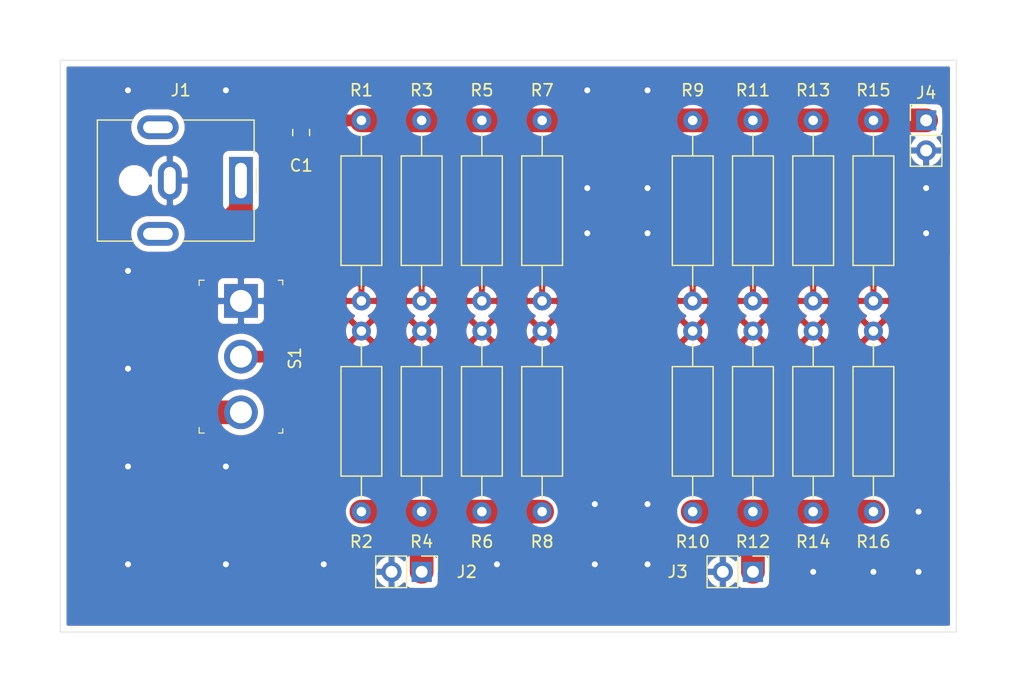
<source format=kicad_pcb>
(kicad_pcb (version 20171130) (host pcbnew "(5.1.5)-3")

  (general
    (thickness 1.6)
    (drawings 4)
    (tracks 65)
    (zones 0)
    (modules 22)
    (nets 8)
  )

  (page A4)
  (layers
    (0 F.Cu signal)
    (31 B.Cu signal)
    (32 B.Adhes user)
    (33 F.Adhes user)
    (34 B.Paste user)
    (35 F.Paste user)
    (36 B.SilkS user)
    (37 F.SilkS user)
    (38 B.Mask user)
    (39 F.Mask user)
    (40 Dwgs.User user)
    (41 Cmts.User user)
    (42 Eco1.User user)
    (43 Eco2.User user)
    (44 Edge.Cuts user)
    (45 Margin user)
    (46 B.CrtYd user)
    (47 F.CrtYd user)
    (48 B.Fab user)
    (49 F.Fab user)
  )

  (setup
    (last_trace_width 2)
    (user_trace_width 0.75)
    (user_trace_width 1)
    (user_trace_width 1.5)
    (user_trace_width 2)
    (user_trace_width 20)
    (trace_clearance 0.2)
    (zone_clearance 0.508)
    (zone_45_only yes)
    (trace_min 0.2)
    (via_size 0.8)
    (via_drill 0.4)
    (via_min_size 0.4)
    (via_min_drill 0.3)
    (user_via 1 0.5)
    (user_via 2 1)
    (uvia_size 0.3)
    (uvia_drill 0.1)
    (uvias_allowed no)
    (uvia_min_size 0.2)
    (uvia_min_drill 0.1)
    (edge_width 0.05)
    (segment_width 0.2)
    (pcb_text_width 0.3)
    (pcb_text_size 1.5 1.5)
    (mod_edge_width 0.12)
    (mod_text_size 1 1)
    (mod_text_width 0.15)
    (pad_size 1.524 1.524)
    (pad_drill 0.762)
    (pad_to_mask_clearance 0.051)
    (solder_mask_min_width 0.25)
    (aux_axis_origin 0 0)
    (visible_elements FFFDFF7F)
    (pcbplotparams
      (layerselection 0x010fc_ffffffff)
      (usegerberextensions false)
      (usegerberattributes false)
      (usegerberadvancedattributes false)
      (creategerberjobfile false)
      (excludeedgelayer true)
      (linewidth 0.100000)
      (plotframeref false)
      (viasonmask false)
      (mode 1)
      (useauxorigin false)
      (hpglpennumber 1)
      (hpglpenspeed 20)
      (hpglpendiameter 15.000000)
      (psnegative false)
      (psa4output false)
      (plotreference true)
      (plotvalue true)
      (plotinvisibletext false)
      (padsonsilk false)
      (subtractmaskfromsilk false)
      (outputformat 1)
      (mirror false)
      (drillshape 1)
      (scaleselection 1)
      (outputdirectory ""))
  )

  (net 0 "")
  (net 1 GND)
  (net 2 "Net-(C1-Pad1)")
  (net 3 "Net-(J2-Pad1)")
  (net 4 "Net-(J3-Pad1)")
  (net 5 "Net-(R1-Pad2)")
  (net 6 "Net-(R10-Pad1)")
  (net 7 +12V)

  (net_class Default "This is the default net class."
    (clearance 0.2)
    (trace_width 0.25)
    (via_dia 0.8)
    (via_drill 0.4)
    (uvia_dia 0.3)
    (uvia_drill 0.1)
    (add_net +12V)
    (add_net GND)
    (add_net "Net-(C1-Pad1)")
    (add_net "Net-(J2-Pad1)")
    (add_net "Net-(J3-Pad1)")
    (add_net "Net-(R1-Pad2)")
    (add_net "Net-(R10-Pad1)")
  )

  (module Connector_PinHeader_2.54mm:PinHeader_1x02_P2.54mm_Vertical (layer F.Cu) (tedit 59FED5CC) (tstamp 5E8D943F)
    (at 149.225 35.56)
    (descr "Through hole straight pin header, 1x02, 2.54mm pitch, single row")
    (tags "Through hole pin header THT 1x02 2.54mm single row")
    (path /5E90AAE3)
    (fp_text reference J4 (at 0 -2.33) (layer F.SilkS)
      (effects (font (size 1 1) (thickness 0.15)))
    )
    (fp_text value "Board Expander" (at 0 4.87) (layer F.Fab)
      (effects (font (size 1 1) (thickness 0.15)))
    )
    (fp_text user %R (at 0 1.27 90) (layer F.Fab)
      (effects (font (size 1 1) (thickness 0.15)))
    )
    (fp_line (start 1.8 -1.8) (end -1.8 -1.8) (layer F.CrtYd) (width 0.05))
    (fp_line (start 1.8 4.35) (end 1.8 -1.8) (layer F.CrtYd) (width 0.05))
    (fp_line (start -1.8 4.35) (end 1.8 4.35) (layer F.CrtYd) (width 0.05))
    (fp_line (start -1.8 -1.8) (end -1.8 4.35) (layer F.CrtYd) (width 0.05))
    (fp_line (start -1.33 -1.33) (end 0 -1.33) (layer F.SilkS) (width 0.12))
    (fp_line (start -1.33 0) (end -1.33 -1.33) (layer F.SilkS) (width 0.12))
    (fp_line (start -1.33 1.27) (end 1.33 1.27) (layer F.SilkS) (width 0.12))
    (fp_line (start 1.33 1.27) (end 1.33 3.87) (layer F.SilkS) (width 0.12))
    (fp_line (start -1.33 1.27) (end -1.33 3.87) (layer F.SilkS) (width 0.12))
    (fp_line (start -1.33 3.87) (end 1.33 3.87) (layer F.SilkS) (width 0.12))
    (fp_line (start -1.27 -0.635) (end -0.635 -1.27) (layer F.Fab) (width 0.1))
    (fp_line (start -1.27 3.81) (end -1.27 -0.635) (layer F.Fab) (width 0.1))
    (fp_line (start 1.27 3.81) (end -1.27 3.81) (layer F.Fab) (width 0.1))
    (fp_line (start 1.27 -1.27) (end 1.27 3.81) (layer F.Fab) (width 0.1))
    (fp_line (start -0.635 -1.27) (end 1.27 -1.27) (layer F.Fab) (width 0.1))
    (pad 2 thru_hole oval (at 0 2.54) (size 1.7 1.7) (drill 1) (layers *.Cu *.Mask)
      (net 1 GND))
    (pad 1 thru_hole rect (at 0 0) (size 1.7 1.7) (drill 1) (layers *.Cu *.Mask)
      (net 2 "Net-(C1-Pad1)"))
    (model ${KISYS3DMOD}/Connector_PinHeader_2.54mm.3dshapes/PinHeader_1x02_P2.54mm_Vertical.wrl
      (at (xyz 0 0 0))
      (scale (xyz 1 1 1))
      (rotate (xyz 0 0 0))
    )
  )

  (module digikey-footprints:Toggle_Switch_100SP1T1B4M2QE (layer F.Cu) (tedit 5AF5CA0B) (tstamp 5E8D6019)
    (at 91.44 50.8 270)
    (descr http://spec_sheets.e-switch.com/specs/T111597.pdf)
    (path /5E8D0362)
    (fp_text reference S1 (at 4.84 -4.55 90) (layer F.SilkS)
      (effects (font (size 1 1) (thickness 0.15)))
    )
    (fp_text value 100SP1T1B4M2QE (at 4.65 4.82 90) (layer F.Fab)
      (effects (font (size 1 1) (thickness 0.15)))
    )
    (fp_line (start -1.65 -3.43) (end 11.05 -3.43) (layer F.Fab) (width 0.1))
    (fp_line (start -1.65 3.43) (end 11.05 3.43) (layer F.Fab) (width 0.1))
    (fp_line (start -1.65 -3.43) (end -1.65 3.43) (layer F.Fab) (width 0.1))
    (fp_line (start 11.05 3.43) (end 11.05 -3.43) (layer F.Fab) (width 0.1))
    (fp_line (start 11.15 -3.525) (end 11.15 -3.175) (layer F.SilkS) (width 0.1))
    (fp_line (start 10.775 -3.525) (end 11.15 -3.525) (layer F.SilkS) (width 0.1))
    (fp_line (start -1.75 -3.525) (end -1.35 -3.525) (layer F.SilkS) (width 0.1))
    (fp_line (start -1.75 -3.525) (end -1.75 -3.15) (layer F.SilkS) (width 0.1))
    (fp_line (start -1.75 3.525) (end -1.75 3.1) (layer F.SilkS) (width 0.1))
    (fp_line (start -1.75 3.525) (end -1.3 3.525) (layer F.SilkS) (width 0.1))
    (fp_line (start 11.125 3.525) (end 10.675 3.525) (layer F.SilkS) (width 0.1))
    (fp_line (start 11.15 3.525) (end 11.15 3.1) (layer F.SilkS) (width 0.1))
    (fp_text user %R (at 4.7 0 90) (layer F.Fab)
      (effects (font (size 1 1) (thickness 0.15)))
    )
    (fp_line (start -1.9 -3.68) (end 11.3 -3.68) (layer F.CrtYd) (width 0.05))
    (fp_line (start -1.9 3.68) (end -1.9 -3.68) (layer F.CrtYd) (width 0.05))
    (fp_line (start 11.3 3.68) (end -1.9 3.68) (layer F.CrtYd) (width 0.05))
    (fp_line (start 11.3 -3.68) (end 11.3 3.68) (layer F.CrtYd) (width 0.05))
    (fp_circle (center 4.7 0) (end 4.7 3.4) (layer F.Fab) (width 0.1))
    (pad 3 thru_hole circle (at 9.4 0 270) (size 2.85 2.85) (drill 1.85) (layers *.Cu *.Mask)
      (net 7 +12V))
    (pad 2 thru_hole circle (at 4.7 0 270) (size 2.85 2.85) (drill 1.85) (layers *.Cu *.Mask)
      (net 2 "Net-(C1-Pad1)"))
    (pad 1 thru_hole rect (at 0 0 270) (size 2.85 2.85) (drill 1.85) (layers *.Cu *.Mask)
      (net 1 GND))
  )

  (module Resistor_THT:R_Axial_DIN0309_L9.0mm_D3.2mm_P15.24mm_Horizontal (layer F.Cu) (tedit 5AE5139B) (tstamp 5E8D6000)
    (at 144.78 53.34 270)
    (descr "Resistor, Axial_DIN0309 series, Axial, Horizontal, pin pitch=15.24mm, 0.5W = 1/2W, length*diameter=9*3.2mm^2, http://cdn-reichelt.de/documents/datenblatt/B400/1_4W%23YAG.pdf")
    (tags "Resistor Axial_DIN0309 series Axial Horizontal pin pitch 15.24mm 0.5W = 1/2W length 9mm diameter 3.2mm")
    (path /5E8EC5CB)
    (fp_text reference R16 (at 17.78 0 180) (layer F.SilkS)
      (effects (font (size 1 1) (thickness 0.15)))
    )
    (fp_text value 100 (at 7.62 2.72 90) (layer F.Fab)
      (effects (font (size 1 1) (thickness 0.15)))
    )
    (fp_text user %R (at 7.62 0 90) (layer F.Fab)
      (effects (font (size 1 1) (thickness 0.15)))
    )
    (fp_line (start 16.29 -1.85) (end -1.05 -1.85) (layer F.CrtYd) (width 0.05))
    (fp_line (start 16.29 1.85) (end 16.29 -1.85) (layer F.CrtYd) (width 0.05))
    (fp_line (start -1.05 1.85) (end 16.29 1.85) (layer F.CrtYd) (width 0.05))
    (fp_line (start -1.05 -1.85) (end -1.05 1.85) (layer F.CrtYd) (width 0.05))
    (fp_line (start 14.2 0) (end 12.24 0) (layer F.SilkS) (width 0.12))
    (fp_line (start 1.04 0) (end 3 0) (layer F.SilkS) (width 0.12))
    (fp_line (start 12.24 -1.72) (end 3 -1.72) (layer F.SilkS) (width 0.12))
    (fp_line (start 12.24 1.72) (end 12.24 -1.72) (layer F.SilkS) (width 0.12))
    (fp_line (start 3 1.72) (end 12.24 1.72) (layer F.SilkS) (width 0.12))
    (fp_line (start 3 -1.72) (end 3 1.72) (layer F.SilkS) (width 0.12))
    (fp_line (start 15.24 0) (end 12.12 0) (layer F.Fab) (width 0.1))
    (fp_line (start 0 0) (end 3.12 0) (layer F.Fab) (width 0.1))
    (fp_line (start 12.12 -1.6) (end 3.12 -1.6) (layer F.Fab) (width 0.1))
    (fp_line (start 12.12 1.6) (end 12.12 -1.6) (layer F.Fab) (width 0.1))
    (fp_line (start 3.12 1.6) (end 12.12 1.6) (layer F.Fab) (width 0.1))
    (fp_line (start 3.12 -1.6) (end 3.12 1.6) (layer F.Fab) (width 0.1))
    (pad 2 thru_hole oval (at 15.24 0 270) (size 1.6 1.6) (drill 0.8) (layers *.Cu *.Mask)
      (net 4 "Net-(J3-Pad1)"))
    (pad 1 thru_hole circle (at 0 0 270) (size 1.6 1.6) (drill 0.8) (layers *.Cu *.Mask)
      (net 6 "Net-(R10-Pad1)"))
    (model ${KISYS3DMOD}/Resistor_THT.3dshapes/R_Axial_DIN0309_L9.0mm_D3.2mm_P15.24mm_Horizontal.wrl
      (at (xyz 0 0 0))
      (scale (xyz 1 1 1))
      (rotate (xyz 0 0 0))
    )
  )

  (module Resistor_THT:R_Axial_DIN0309_L9.0mm_D3.2mm_P15.24mm_Horizontal (layer F.Cu) (tedit 5AE5139B) (tstamp 5E8D5FE9)
    (at 144.78 35.56 270)
    (descr "Resistor, Axial_DIN0309 series, Axial, Horizontal, pin pitch=15.24mm, 0.5W = 1/2W, length*diameter=9*3.2mm^2, http://cdn-reichelt.de/documents/datenblatt/B400/1_4W%23YAG.pdf")
    (tags "Resistor Axial_DIN0309 series Axial Horizontal pin pitch 15.24mm 0.5W = 1/2W length 9mm diameter 3.2mm")
    (path /5E8EC5B3)
    (fp_text reference R15 (at -2.54 0 180) (layer F.SilkS)
      (effects (font (size 1 1) (thickness 0.15)))
    )
    (fp_text value 100 (at 7.62 2.72 90) (layer F.Fab)
      (effects (font (size 1 1) (thickness 0.15)))
    )
    (fp_text user %R (at 7.62 0 90) (layer F.Fab)
      (effects (font (size 1 1) (thickness 0.15)))
    )
    (fp_line (start 16.29 -1.85) (end -1.05 -1.85) (layer F.CrtYd) (width 0.05))
    (fp_line (start 16.29 1.85) (end 16.29 -1.85) (layer F.CrtYd) (width 0.05))
    (fp_line (start -1.05 1.85) (end 16.29 1.85) (layer F.CrtYd) (width 0.05))
    (fp_line (start -1.05 -1.85) (end -1.05 1.85) (layer F.CrtYd) (width 0.05))
    (fp_line (start 14.2 0) (end 12.24 0) (layer F.SilkS) (width 0.12))
    (fp_line (start 1.04 0) (end 3 0) (layer F.SilkS) (width 0.12))
    (fp_line (start 12.24 -1.72) (end 3 -1.72) (layer F.SilkS) (width 0.12))
    (fp_line (start 12.24 1.72) (end 12.24 -1.72) (layer F.SilkS) (width 0.12))
    (fp_line (start 3 1.72) (end 12.24 1.72) (layer F.SilkS) (width 0.12))
    (fp_line (start 3 -1.72) (end 3 1.72) (layer F.SilkS) (width 0.12))
    (fp_line (start 15.24 0) (end 12.12 0) (layer F.Fab) (width 0.1))
    (fp_line (start 0 0) (end 3.12 0) (layer F.Fab) (width 0.1))
    (fp_line (start 12.12 -1.6) (end 3.12 -1.6) (layer F.Fab) (width 0.1))
    (fp_line (start 12.12 1.6) (end 12.12 -1.6) (layer F.Fab) (width 0.1))
    (fp_line (start 3.12 1.6) (end 12.12 1.6) (layer F.Fab) (width 0.1))
    (fp_line (start 3.12 -1.6) (end 3.12 1.6) (layer F.Fab) (width 0.1))
    (pad 2 thru_hole oval (at 15.24 0 270) (size 1.6 1.6) (drill 0.8) (layers *.Cu *.Mask)
      (net 6 "Net-(R10-Pad1)"))
    (pad 1 thru_hole circle (at 0 0 270) (size 1.6 1.6) (drill 0.8) (layers *.Cu *.Mask)
      (net 2 "Net-(C1-Pad1)"))
    (model ${KISYS3DMOD}/Resistor_THT.3dshapes/R_Axial_DIN0309_L9.0mm_D3.2mm_P15.24mm_Horizontal.wrl
      (at (xyz 0 0 0))
      (scale (xyz 1 1 1))
      (rotate (xyz 0 0 0))
    )
  )

  (module Resistor_THT:R_Axial_DIN0309_L9.0mm_D3.2mm_P15.24mm_Horizontal (layer F.Cu) (tedit 5AE5139B) (tstamp 5E8D5FD2)
    (at 139.7 53.34 270)
    (descr "Resistor, Axial_DIN0309 series, Axial, Horizontal, pin pitch=15.24mm, 0.5W = 1/2W, length*diameter=9*3.2mm^2, http://cdn-reichelt.de/documents/datenblatt/B400/1_4W%23YAG.pdf")
    (tags "Resistor Axial_DIN0309 series Axial Horizontal pin pitch 15.24mm 0.5W = 1/2W length 9mm diameter 3.2mm")
    (path /5E8EC5C5)
    (fp_text reference R14 (at 17.78 0 180) (layer F.SilkS)
      (effects (font (size 1 1) (thickness 0.15)))
    )
    (fp_text value 100 (at 7.62 2.72 90) (layer F.Fab)
      (effects (font (size 1 1) (thickness 0.15)))
    )
    (fp_text user %R (at 7.62 0 90) (layer F.Fab)
      (effects (font (size 1 1) (thickness 0.15)))
    )
    (fp_line (start 16.29 -1.85) (end -1.05 -1.85) (layer F.CrtYd) (width 0.05))
    (fp_line (start 16.29 1.85) (end 16.29 -1.85) (layer F.CrtYd) (width 0.05))
    (fp_line (start -1.05 1.85) (end 16.29 1.85) (layer F.CrtYd) (width 0.05))
    (fp_line (start -1.05 -1.85) (end -1.05 1.85) (layer F.CrtYd) (width 0.05))
    (fp_line (start 14.2 0) (end 12.24 0) (layer F.SilkS) (width 0.12))
    (fp_line (start 1.04 0) (end 3 0) (layer F.SilkS) (width 0.12))
    (fp_line (start 12.24 -1.72) (end 3 -1.72) (layer F.SilkS) (width 0.12))
    (fp_line (start 12.24 1.72) (end 12.24 -1.72) (layer F.SilkS) (width 0.12))
    (fp_line (start 3 1.72) (end 12.24 1.72) (layer F.SilkS) (width 0.12))
    (fp_line (start 3 -1.72) (end 3 1.72) (layer F.SilkS) (width 0.12))
    (fp_line (start 15.24 0) (end 12.12 0) (layer F.Fab) (width 0.1))
    (fp_line (start 0 0) (end 3.12 0) (layer F.Fab) (width 0.1))
    (fp_line (start 12.12 -1.6) (end 3.12 -1.6) (layer F.Fab) (width 0.1))
    (fp_line (start 12.12 1.6) (end 12.12 -1.6) (layer F.Fab) (width 0.1))
    (fp_line (start 3.12 1.6) (end 12.12 1.6) (layer F.Fab) (width 0.1))
    (fp_line (start 3.12 -1.6) (end 3.12 1.6) (layer F.Fab) (width 0.1))
    (pad 2 thru_hole oval (at 15.24 0 270) (size 1.6 1.6) (drill 0.8) (layers *.Cu *.Mask)
      (net 4 "Net-(J3-Pad1)"))
    (pad 1 thru_hole circle (at 0 0 270) (size 1.6 1.6) (drill 0.8) (layers *.Cu *.Mask)
      (net 6 "Net-(R10-Pad1)"))
    (model ${KISYS3DMOD}/Resistor_THT.3dshapes/R_Axial_DIN0309_L9.0mm_D3.2mm_P15.24mm_Horizontal.wrl
      (at (xyz 0 0 0))
      (scale (xyz 1 1 1))
      (rotate (xyz 0 0 0))
    )
  )

  (module Resistor_THT:R_Axial_DIN0309_L9.0mm_D3.2mm_P15.24mm_Horizontal (layer F.Cu) (tedit 5AE5139B) (tstamp 5E8D5FBB)
    (at 139.7 35.56 270)
    (descr "Resistor, Axial_DIN0309 series, Axial, Horizontal, pin pitch=15.24mm, 0.5W = 1/2W, length*diameter=9*3.2mm^2, http://cdn-reichelt.de/documents/datenblatt/B400/1_4W%23YAG.pdf")
    (tags "Resistor Axial_DIN0309 series Axial Horizontal pin pitch 15.24mm 0.5W = 1/2W length 9mm diameter 3.2mm")
    (path /5E8EC5AD)
    (fp_text reference R13 (at -2.54 0 180) (layer F.SilkS)
      (effects (font (size 1 1) (thickness 0.15)))
    )
    (fp_text value 100 (at 7.62 2.72 90) (layer F.Fab)
      (effects (font (size 1 1) (thickness 0.15)))
    )
    (fp_text user %R (at 7.62 0 90) (layer F.Fab)
      (effects (font (size 1 1) (thickness 0.15)))
    )
    (fp_line (start 16.29 -1.85) (end -1.05 -1.85) (layer F.CrtYd) (width 0.05))
    (fp_line (start 16.29 1.85) (end 16.29 -1.85) (layer F.CrtYd) (width 0.05))
    (fp_line (start -1.05 1.85) (end 16.29 1.85) (layer F.CrtYd) (width 0.05))
    (fp_line (start -1.05 -1.85) (end -1.05 1.85) (layer F.CrtYd) (width 0.05))
    (fp_line (start 14.2 0) (end 12.24 0) (layer F.SilkS) (width 0.12))
    (fp_line (start 1.04 0) (end 3 0) (layer F.SilkS) (width 0.12))
    (fp_line (start 12.24 -1.72) (end 3 -1.72) (layer F.SilkS) (width 0.12))
    (fp_line (start 12.24 1.72) (end 12.24 -1.72) (layer F.SilkS) (width 0.12))
    (fp_line (start 3 1.72) (end 12.24 1.72) (layer F.SilkS) (width 0.12))
    (fp_line (start 3 -1.72) (end 3 1.72) (layer F.SilkS) (width 0.12))
    (fp_line (start 15.24 0) (end 12.12 0) (layer F.Fab) (width 0.1))
    (fp_line (start 0 0) (end 3.12 0) (layer F.Fab) (width 0.1))
    (fp_line (start 12.12 -1.6) (end 3.12 -1.6) (layer F.Fab) (width 0.1))
    (fp_line (start 12.12 1.6) (end 12.12 -1.6) (layer F.Fab) (width 0.1))
    (fp_line (start 3.12 1.6) (end 12.12 1.6) (layer F.Fab) (width 0.1))
    (fp_line (start 3.12 -1.6) (end 3.12 1.6) (layer F.Fab) (width 0.1))
    (pad 2 thru_hole oval (at 15.24 0 270) (size 1.6 1.6) (drill 0.8) (layers *.Cu *.Mask)
      (net 6 "Net-(R10-Pad1)"))
    (pad 1 thru_hole circle (at 0 0 270) (size 1.6 1.6) (drill 0.8) (layers *.Cu *.Mask)
      (net 2 "Net-(C1-Pad1)"))
    (model ${KISYS3DMOD}/Resistor_THT.3dshapes/R_Axial_DIN0309_L9.0mm_D3.2mm_P15.24mm_Horizontal.wrl
      (at (xyz 0 0 0))
      (scale (xyz 1 1 1))
      (rotate (xyz 0 0 0))
    )
  )

  (module Resistor_THT:R_Axial_DIN0309_L9.0mm_D3.2mm_P15.24mm_Horizontal (layer F.Cu) (tedit 5AE5139B) (tstamp 5E8D5FA4)
    (at 134.62 53.34 270)
    (descr "Resistor, Axial_DIN0309 series, Axial, Horizontal, pin pitch=15.24mm, 0.5W = 1/2W, length*diameter=9*3.2mm^2, http://cdn-reichelt.de/documents/datenblatt/B400/1_4W%23YAG.pdf")
    (tags "Resistor Axial_DIN0309 series Axial Horizontal pin pitch 15.24mm 0.5W = 1/2W length 9mm diameter 3.2mm")
    (path /5E8EC5BF)
    (fp_text reference R12 (at 17.78 0 180) (layer F.SilkS)
      (effects (font (size 1 1) (thickness 0.15)))
    )
    (fp_text value 100 (at 7.62 2.72 90) (layer F.Fab)
      (effects (font (size 1 1) (thickness 0.15)))
    )
    (fp_text user %R (at 7.62 0 90) (layer F.Fab)
      (effects (font (size 1 1) (thickness 0.15)))
    )
    (fp_line (start 16.29 -1.85) (end -1.05 -1.85) (layer F.CrtYd) (width 0.05))
    (fp_line (start 16.29 1.85) (end 16.29 -1.85) (layer F.CrtYd) (width 0.05))
    (fp_line (start -1.05 1.85) (end 16.29 1.85) (layer F.CrtYd) (width 0.05))
    (fp_line (start -1.05 -1.85) (end -1.05 1.85) (layer F.CrtYd) (width 0.05))
    (fp_line (start 14.2 0) (end 12.24 0) (layer F.SilkS) (width 0.12))
    (fp_line (start 1.04 0) (end 3 0) (layer F.SilkS) (width 0.12))
    (fp_line (start 12.24 -1.72) (end 3 -1.72) (layer F.SilkS) (width 0.12))
    (fp_line (start 12.24 1.72) (end 12.24 -1.72) (layer F.SilkS) (width 0.12))
    (fp_line (start 3 1.72) (end 12.24 1.72) (layer F.SilkS) (width 0.12))
    (fp_line (start 3 -1.72) (end 3 1.72) (layer F.SilkS) (width 0.12))
    (fp_line (start 15.24 0) (end 12.12 0) (layer F.Fab) (width 0.1))
    (fp_line (start 0 0) (end 3.12 0) (layer F.Fab) (width 0.1))
    (fp_line (start 12.12 -1.6) (end 3.12 -1.6) (layer F.Fab) (width 0.1))
    (fp_line (start 12.12 1.6) (end 12.12 -1.6) (layer F.Fab) (width 0.1))
    (fp_line (start 3.12 1.6) (end 12.12 1.6) (layer F.Fab) (width 0.1))
    (fp_line (start 3.12 -1.6) (end 3.12 1.6) (layer F.Fab) (width 0.1))
    (pad 2 thru_hole oval (at 15.24 0 270) (size 1.6 1.6) (drill 0.8) (layers *.Cu *.Mask)
      (net 4 "Net-(J3-Pad1)"))
    (pad 1 thru_hole circle (at 0 0 270) (size 1.6 1.6) (drill 0.8) (layers *.Cu *.Mask)
      (net 6 "Net-(R10-Pad1)"))
    (model ${KISYS3DMOD}/Resistor_THT.3dshapes/R_Axial_DIN0309_L9.0mm_D3.2mm_P15.24mm_Horizontal.wrl
      (at (xyz 0 0 0))
      (scale (xyz 1 1 1))
      (rotate (xyz 0 0 0))
    )
  )

  (module Resistor_THT:R_Axial_DIN0309_L9.0mm_D3.2mm_P15.24mm_Horizontal (layer F.Cu) (tedit 5AE5139B) (tstamp 5E8D5F8D)
    (at 134.62 35.56 270)
    (descr "Resistor, Axial_DIN0309 series, Axial, Horizontal, pin pitch=15.24mm, 0.5W = 1/2W, length*diameter=9*3.2mm^2, http://cdn-reichelt.de/documents/datenblatt/B400/1_4W%23YAG.pdf")
    (tags "Resistor Axial_DIN0309 series Axial Horizontal pin pitch 15.24mm 0.5W = 1/2W length 9mm diameter 3.2mm")
    (path /5E8EC5A7)
    (fp_text reference R11 (at -2.54 0 180) (layer F.SilkS)
      (effects (font (size 1 1) (thickness 0.15)))
    )
    (fp_text value 100 (at 7.62 2.72 90) (layer F.Fab)
      (effects (font (size 1 1) (thickness 0.15)))
    )
    (fp_text user %R (at 7.62 0 90) (layer F.Fab)
      (effects (font (size 1 1) (thickness 0.15)))
    )
    (fp_line (start 16.29 -1.85) (end -1.05 -1.85) (layer F.CrtYd) (width 0.05))
    (fp_line (start 16.29 1.85) (end 16.29 -1.85) (layer F.CrtYd) (width 0.05))
    (fp_line (start -1.05 1.85) (end 16.29 1.85) (layer F.CrtYd) (width 0.05))
    (fp_line (start -1.05 -1.85) (end -1.05 1.85) (layer F.CrtYd) (width 0.05))
    (fp_line (start 14.2 0) (end 12.24 0) (layer F.SilkS) (width 0.12))
    (fp_line (start 1.04 0) (end 3 0) (layer F.SilkS) (width 0.12))
    (fp_line (start 12.24 -1.72) (end 3 -1.72) (layer F.SilkS) (width 0.12))
    (fp_line (start 12.24 1.72) (end 12.24 -1.72) (layer F.SilkS) (width 0.12))
    (fp_line (start 3 1.72) (end 12.24 1.72) (layer F.SilkS) (width 0.12))
    (fp_line (start 3 -1.72) (end 3 1.72) (layer F.SilkS) (width 0.12))
    (fp_line (start 15.24 0) (end 12.12 0) (layer F.Fab) (width 0.1))
    (fp_line (start 0 0) (end 3.12 0) (layer F.Fab) (width 0.1))
    (fp_line (start 12.12 -1.6) (end 3.12 -1.6) (layer F.Fab) (width 0.1))
    (fp_line (start 12.12 1.6) (end 12.12 -1.6) (layer F.Fab) (width 0.1))
    (fp_line (start 3.12 1.6) (end 12.12 1.6) (layer F.Fab) (width 0.1))
    (fp_line (start 3.12 -1.6) (end 3.12 1.6) (layer F.Fab) (width 0.1))
    (pad 2 thru_hole oval (at 15.24 0 270) (size 1.6 1.6) (drill 0.8) (layers *.Cu *.Mask)
      (net 6 "Net-(R10-Pad1)"))
    (pad 1 thru_hole circle (at 0 0 270) (size 1.6 1.6) (drill 0.8) (layers *.Cu *.Mask)
      (net 2 "Net-(C1-Pad1)"))
    (model ${KISYS3DMOD}/Resistor_THT.3dshapes/R_Axial_DIN0309_L9.0mm_D3.2mm_P15.24mm_Horizontal.wrl
      (at (xyz 0 0 0))
      (scale (xyz 1 1 1))
      (rotate (xyz 0 0 0))
    )
  )

  (module Resistor_THT:R_Axial_DIN0309_L9.0mm_D3.2mm_P15.24mm_Horizontal (layer F.Cu) (tedit 5AE5139B) (tstamp 5E8D5F76)
    (at 129.54 53.34 270)
    (descr "Resistor, Axial_DIN0309 series, Axial, Horizontal, pin pitch=15.24mm, 0.5W = 1/2W, length*diameter=9*3.2mm^2, http://cdn-reichelt.de/documents/datenblatt/B400/1_4W%23YAG.pdf")
    (tags "Resistor Axial_DIN0309 series Axial Horizontal pin pitch 15.24mm 0.5W = 1/2W length 9mm diameter 3.2mm")
    (path /5E8EC5B9)
    (fp_text reference R10 (at 17.78 0 180) (layer F.SilkS)
      (effects (font (size 1 1) (thickness 0.15)))
    )
    (fp_text value 100 (at 7.62 2.72 90) (layer F.Fab)
      (effects (font (size 1 1) (thickness 0.15)))
    )
    (fp_text user %R (at 7.62 0 90) (layer F.Fab)
      (effects (font (size 1 1) (thickness 0.15)))
    )
    (fp_line (start 16.29 -1.85) (end -1.05 -1.85) (layer F.CrtYd) (width 0.05))
    (fp_line (start 16.29 1.85) (end 16.29 -1.85) (layer F.CrtYd) (width 0.05))
    (fp_line (start -1.05 1.85) (end 16.29 1.85) (layer F.CrtYd) (width 0.05))
    (fp_line (start -1.05 -1.85) (end -1.05 1.85) (layer F.CrtYd) (width 0.05))
    (fp_line (start 14.2 0) (end 12.24 0) (layer F.SilkS) (width 0.12))
    (fp_line (start 1.04 0) (end 3 0) (layer F.SilkS) (width 0.12))
    (fp_line (start 12.24 -1.72) (end 3 -1.72) (layer F.SilkS) (width 0.12))
    (fp_line (start 12.24 1.72) (end 12.24 -1.72) (layer F.SilkS) (width 0.12))
    (fp_line (start 3 1.72) (end 12.24 1.72) (layer F.SilkS) (width 0.12))
    (fp_line (start 3 -1.72) (end 3 1.72) (layer F.SilkS) (width 0.12))
    (fp_line (start 15.24 0) (end 12.12 0) (layer F.Fab) (width 0.1))
    (fp_line (start 0 0) (end 3.12 0) (layer F.Fab) (width 0.1))
    (fp_line (start 12.12 -1.6) (end 3.12 -1.6) (layer F.Fab) (width 0.1))
    (fp_line (start 12.12 1.6) (end 12.12 -1.6) (layer F.Fab) (width 0.1))
    (fp_line (start 3.12 1.6) (end 12.12 1.6) (layer F.Fab) (width 0.1))
    (fp_line (start 3.12 -1.6) (end 3.12 1.6) (layer F.Fab) (width 0.1))
    (pad 2 thru_hole oval (at 15.24 0 270) (size 1.6 1.6) (drill 0.8) (layers *.Cu *.Mask)
      (net 4 "Net-(J3-Pad1)"))
    (pad 1 thru_hole circle (at 0 0 270) (size 1.6 1.6) (drill 0.8) (layers *.Cu *.Mask)
      (net 6 "Net-(R10-Pad1)"))
    (model ${KISYS3DMOD}/Resistor_THT.3dshapes/R_Axial_DIN0309_L9.0mm_D3.2mm_P15.24mm_Horizontal.wrl
      (at (xyz 0 0 0))
      (scale (xyz 1 1 1))
      (rotate (xyz 0 0 0))
    )
  )

  (module Resistor_THT:R_Axial_DIN0309_L9.0mm_D3.2mm_P15.24mm_Horizontal (layer F.Cu) (tedit 5AE5139B) (tstamp 5E8D5F5F)
    (at 129.54 35.56 270)
    (descr "Resistor, Axial_DIN0309 series, Axial, Horizontal, pin pitch=15.24mm, 0.5W = 1/2W, length*diameter=9*3.2mm^2, http://cdn-reichelt.de/documents/datenblatt/B400/1_4W%23YAG.pdf")
    (tags "Resistor Axial_DIN0309 series Axial Horizontal pin pitch 15.24mm 0.5W = 1/2W length 9mm diameter 3.2mm")
    (path /5E8EC5A1)
    (fp_text reference R9 (at -2.54 0 180) (layer F.SilkS)
      (effects (font (size 1 1) (thickness 0.15)))
    )
    (fp_text value 100 (at 7.62 2.72 90) (layer F.Fab)
      (effects (font (size 1 1) (thickness 0.15)))
    )
    (fp_text user %R (at 7.62 0 90) (layer F.Fab)
      (effects (font (size 1 1) (thickness 0.15)))
    )
    (fp_line (start 16.29 -1.85) (end -1.05 -1.85) (layer F.CrtYd) (width 0.05))
    (fp_line (start 16.29 1.85) (end 16.29 -1.85) (layer F.CrtYd) (width 0.05))
    (fp_line (start -1.05 1.85) (end 16.29 1.85) (layer F.CrtYd) (width 0.05))
    (fp_line (start -1.05 -1.85) (end -1.05 1.85) (layer F.CrtYd) (width 0.05))
    (fp_line (start 14.2 0) (end 12.24 0) (layer F.SilkS) (width 0.12))
    (fp_line (start 1.04 0) (end 3 0) (layer F.SilkS) (width 0.12))
    (fp_line (start 12.24 -1.72) (end 3 -1.72) (layer F.SilkS) (width 0.12))
    (fp_line (start 12.24 1.72) (end 12.24 -1.72) (layer F.SilkS) (width 0.12))
    (fp_line (start 3 1.72) (end 12.24 1.72) (layer F.SilkS) (width 0.12))
    (fp_line (start 3 -1.72) (end 3 1.72) (layer F.SilkS) (width 0.12))
    (fp_line (start 15.24 0) (end 12.12 0) (layer F.Fab) (width 0.1))
    (fp_line (start 0 0) (end 3.12 0) (layer F.Fab) (width 0.1))
    (fp_line (start 12.12 -1.6) (end 3.12 -1.6) (layer F.Fab) (width 0.1))
    (fp_line (start 12.12 1.6) (end 12.12 -1.6) (layer F.Fab) (width 0.1))
    (fp_line (start 3.12 1.6) (end 12.12 1.6) (layer F.Fab) (width 0.1))
    (fp_line (start 3.12 -1.6) (end 3.12 1.6) (layer F.Fab) (width 0.1))
    (pad 2 thru_hole oval (at 15.24 0 270) (size 1.6 1.6) (drill 0.8) (layers *.Cu *.Mask)
      (net 6 "Net-(R10-Pad1)"))
    (pad 1 thru_hole circle (at 0 0 270) (size 1.6 1.6) (drill 0.8) (layers *.Cu *.Mask)
      (net 2 "Net-(C1-Pad1)"))
    (model ${KISYS3DMOD}/Resistor_THT.3dshapes/R_Axial_DIN0309_L9.0mm_D3.2mm_P15.24mm_Horizontal.wrl
      (at (xyz 0 0 0))
      (scale (xyz 1 1 1))
      (rotate (xyz 0 0 0))
    )
  )

  (module Resistor_THT:R_Axial_DIN0309_L9.0mm_D3.2mm_P15.24mm_Horizontal (layer F.Cu) (tedit 5AE5139B) (tstamp 5E8D5F48)
    (at 116.84 53.34 270)
    (descr "Resistor, Axial_DIN0309 series, Axial, Horizontal, pin pitch=15.24mm, 0.5W = 1/2W, length*diameter=9*3.2mm^2, http://cdn-reichelt.de/documents/datenblatt/B400/1_4W%23YAG.pdf")
    (tags "Resistor Axial_DIN0309 series Axial Horizontal pin pitch 15.24mm 0.5W = 1/2W length 9mm diameter 3.2mm")
    (path /5E8D7BC4)
    (fp_text reference R8 (at 17.78 0 180) (layer F.SilkS)
      (effects (font (size 1 1) (thickness 0.15)))
    )
    (fp_text value 100 (at 7.62 2.72 90) (layer F.Fab)
      (effects (font (size 1 1) (thickness 0.15)))
    )
    (fp_text user %R (at 7.62 0 90) (layer F.Fab)
      (effects (font (size 1 1) (thickness 0.15)))
    )
    (fp_line (start 16.29 -1.85) (end -1.05 -1.85) (layer F.CrtYd) (width 0.05))
    (fp_line (start 16.29 1.85) (end 16.29 -1.85) (layer F.CrtYd) (width 0.05))
    (fp_line (start -1.05 1.85) (end 16.29 1.85) (layer F.CrtYd) (width 0.05))
    (fp_line (start -1.05 -1.85) (end -1.05 1.85) (layer F.CrtYd) (width 0.05))
    (fp_line (start 14.2 0) (end 12.24 0) (layer F.SilkS) (width 0.12))
    (fp_line (start 1.04 0) (end 3 0) (layer F.SilkS) (width 0.12))
    (fp_line (start 12.24 -1.72) (end 3 -1.72) (layer F.SilkS) (width 0.12))
    (fp_line (start 12.24 1.72) (end 12.24 -1.72) (layer F.SilkS) (width 0.12))
    (fp_line (start 3 1.72) (end 12.24 1.72) (layer F.SilkS) (width 0.12))
    (fp_line (start 3 -1.72) (end 3 1.72) (layer F.SilkS) (width 0.12))
    (fp_line (start 15.24 0) (end 12.12 0) (layer F.Fab) (width 0.1))
    (fp_line (start 0 0) (end 3.12 0) (layer F.Fab) (width 0.1))
    (fp_line (start 12.12 -1.6) (end 3.12 -1.6) (layer F.Fab) (width 0.1))
    (fp_line (start 12.12 1.6) (end 12.12 -1.6) (layer F.Fab) (width 0.1))
    (fp_line (start 3.12 1.6) (end 12.12 1.6) (layer F.Fab) (width 0.1))
    (fp_line (start 3.12 -1.6) (end 3.12 1.6) (layer F.Fab) (width 0.1))
    (pad 2 thru_hole oval (at 15.24 0 270) (size 1.6 1.6) (drill 0.8) (layers *.Cu *.Mask)
      (net 3 "Net-(J2-Pad1)"))
    (pad 1 thru_hole circle (at 0 0 270) (size 1.6 1.6) (drill 0.8) (layers *.Cu *.Mask)
      (net 5 "Net-(R1-Pad2)"))
    (model ${KISYS3DMOD}/Resistor_THT.3dshapes/R_Axial_DIN0309_L9.0mm_D3.2mm_P15.24mm_Horizontal.wrl
      (at (xyz 0 0 0))
      (scale (xyz 1 1 1))
      (rotate (xyz 0 0 0))
    )
  )

  (module Resistor_THT:R_Axial_DIN0309_L9.0mm_D3.2mm_P15.24mm_Horizontal (layer F.Cu) (tedit 5AE5139B) (tstamp 5E8D5F31)
    (at 116.84 35.56 270)
    (descr "Resistor, Axial_DIN0309 series, Axial, Horizontal, pin pitch=15.24mm, 0.5W = 1/2W, length*diameter=9*3.2mm^2, http://cdn-reichelt.de/documents/datenblatt/B400/1_4W%23YAG.pdf")
    (tags "Resistor Axial_DIN0309 series Axial Horizontal pin pitch 15.24mm 0.5W = 1/2W length 9mm diameter 3.2mm")
    (path /5E8D702A)
    (fp_text reference R7 (at -2.54 0 180) (layer F.SilkS)
      (effects (font (size 1 1) (thickness 0.15)))
    )
    (fp_text value 100 (at 7.62 2.72 90) (layer F.Fab)
      (effects (font (size 1 1) (thickness 0.15)))
    )
    (fp_text user %R (at 7.62 0 90) (layer F.Fab)
      (effects (font (size 1 1) (thickness 0.15)))
    )
    (fp_line (start 16.29 -1.85) (end -1.05 -1.85) (layer F.CrtYd) (width 0.05))
    (fp_line (start 16.29 1.85) (end 16.29 -1.85) (layer F.CrtYd) (width 0.05))
    (fp_line (start -1.05 1.85) (end 16.29 1.85) (layer F.CrtYd) (width 0.05))
    (fp_line (start -1.05 -1.85) (end -1.05 1.85) (layer F.CrtYd) (width 0.05))
    (fp_line (start 14.2 0) (end 12.24 0) (layer F.SilkS) (width 0.12))
    (fp_line (start 1.04 0) (end 3 0) (layer F.SilkS) (width 0.12))
    (fp_line (start 12.24 -1.72) (end 3 -1.72) (layer F.SilkS) (width 0.12))
    (fp_line (start 12.24 1.72) (end 12.24 -1.72) (layer F.SilkS) (width 0.12))
    (fp_line (start 3 1.72) (end 12.24 1.72) (layer F.SilkS) (width 0.12))
    (fp_line (start 3 -1.72) (end 3 1.72) (layer F.SilkS) (width 0.12))
    (fp_line (start 15.24 0) (end 12.12 0) (layer F.Fab) (width 0.1))
    (fp_line (start 0 0) (end 3.12 0) (layer F.Fab) (width 0.1))
    (fp_line (start 12.12 -1.6) (end 3.12 -1.6) (layer F.Fab) (width 0.1))
    (fp_line (start 12.12 1.6) (end 12.12 -1.6) (layer F.Fab) (width 0.1))
    (fp_line (start 3.12 1.6) (end 12.12 1.6) (layer F.Fab) (width 0.1))
    (fp_line (start 3.12 -1.6) (end 3.12 1.6) (layer F.Fab) (width 0.1))
    (pad 2 thru_hole oval (at 15.24 0 270) (size 1.6 1.6) (drill 0.8) (layers *.Cu *.Mask)
      (net 5 "Net-(R1-Pad2)"))
    (pad 1 thru_hole circle (at 0 0 270) (size 1.6 1.6) (drill 0.8) (layers *.Cu *.Mask)
      (net 2 "Net-(C1-Pad1)"))
    (model ${KISYS3DMOD}/Resistor_THT.3dshapes/R_Axial_DIN0309_L9.0mm_D3.2mm_P15.24mm_Horizontal.wrl
      (at (xyz 0 0 0))
      (scale (xyz 1 1 1))
      (rotate (xyz 0 0 0))
    )
  )

  (module Resistor_THT:R_Axial_DIN0309_L9.0mm_D3.2mm_P15.24mm_Horizontal (layer F.Cu) (tedit 5AE5139B) (tstamp 5E8D5F1A)
    (at 111.76 53.34 270)
    (descr "Resistor, Axial_DIN0309 series, Axial, Horizontal, pin pitch=15.24mm, 0.5W = 1/2W, length*diameter=9*3.2mm^2, http://cdn-reichelt.de/documents/datenblatt/B400/1_4W%23YAG.pdf")
    (tags "Resistor Axial_DIN0309 series Axial Horizontal pin pitch 15.24mm 0.5W = 1/2W length 9mm diameter 3.2mm")
    (path /5E8D7900)
    (fp_text reference R6 (at 17.78 0 180) (layer F.SilkS)
      (effects (font (size 1 1) (thickness 0.15)))
    )
    (fp_text value 100 (at 7.62 2.72 90) (layer F.Fab)
      (effects (font (size 1 1) (thickness 0.15)))
    )
    (fp_text user %R (at 7.62 0 90) (layer F.Fab)
      (effects (font (size 1 1) (thickness 0.15)))
    )
    (fp_line (start 16.29 -1.85) (end -1.05 -1.85) (layer F.CrtYd) (width 0.05))
    (fp_line (start 16.29 1.85) (end 16.29 -1.85) (layer F.CrtYd) (width 0.05))
    (fp_line (start -1.05 1.85) (end 16.29 1.85) (layer F.CrtYd) (width 0.05))
    (fp_line (start -1.05 -1.85) (end -1.05 1.85) (layer F.CrtYd) (width 0.05))
    (fp_line (start 14.2 0) (end 12.24 0) (layer F.SilkS) (width 0.12))
    (fp_line (start 1.04 0) (end 3 0) (layer F.SilkS) (width 0.12))
    (fp_line (start 12.24 -1.72) (end 3 -1.72) (layer F.SilkS) (width 0.12))
    (fp_line (start 12.24 1.72) (end 12.24 -1.72) (layer F.SilkS) (width 0.12))
    (fp_line (start 3 1.72) (end 12.24 1.72) (layer F.SilkS) (width 0.12))
    (fp_line (start 3 -1.72) (end 3 1.72) (layer F.SilkS) (width 0.12))
    (fp_line (start 15.24 0) (end 12.12 0) (layer F.Fab) (width 0.1))
    (fp_line (start 0 0) (end 3.12 0) (layer F.Fab) (width 0.1))
    (fp_line (start 12.12 -1.6) (end 3.12 -1.6) (layer F.Fab) (width 0.1))
    (fp_line (start 12.12 1.6) (end 12.12 -1.6) (layer F.Fab) (width 0.1))
    (fp_line (start 3.12 1.6) (end 12.12 1.6) (layer F.Fab) (width 0.1))
    (fp_line (start 3.12 -1.6) (end 3.12 1.6) (layer F.Fab) (width 0.1))
    (pad 2 thru_hole oval (at 15.24 0 270) (size 1.6 1.6) (drill 0.8) (layers *.Cu *.Mask)
      (net 3 "Net-(J2-Pad1)"))
    (pad 1 thru_hole circle (at 0 0 270) (size 1.6 1.6) (drill 0.8) (layers *.Cu *.Mask)
      (net 5 "Net-(R1-Pad2)"))
    (model ${KISYS3DMOD}/Resistor_THT.3dshapes/R_Axial_DIN0309_L9.0mm_D3.2mm_P15.24mm_Horizontal.wrl
      (at (xyz 0 0 0))
      (scale (xyz 1 1 1))
      (rotate (xyz 0 0 0))
    )
  )

  (module Resistor_THT:R_Axial_DIN0309_L9.0mm_D3.2mm_P15.24mm_Horizontal (layer F.Cu) (tedit 5AE5139B) (tstamp 5E8D5F03)
    (at 111.76 35.56 270)
    (descr "Resistor, Axial_DIN0309 series, Axial, Horizontal, pin pitch=15.24mm, 0.5W = 1/2W, length*diameter=9*3.2mm^2, http://cdn-reichelt.de/documents/datenblatt/B400/1_4W%23YAG.pdf")
    (tags "Resistor Axial_DIN0309 series Axial Horizontal pin pitch 15.24mm 0.5W = 1/2W length 9mm diameter 3.2mm")
    (path /5E8D6B36)
    (fp_text reference R5 (at -2.54 0 180) (layer F.SilkS)
      (effects (font (size 1 1) (thickness 0.15)))
    )
    (fp_text value 100 (at 7.62 2.72 90) (layer F.Fab)
      (effects (font (size 1 1) (thickness 0.15)))
    )
    (fp_text user %R (at 7.62 0 90) (layer F.Fab)
      (effects (font (size 1 1) (thickness 0.15)))
    )
    (fp_line (start 16.29 -1.85) (end -1.05 -1.85) (layer F.CrtYd) (width 0.05))
    (fp_line (start 16.29 1.85) (end 16.29 -1.85) (layer F.CrtYd) (width 0.05))
    (fp_line (start -1.05 1.85) (end 16.29 1.85) (layer F.CrtYd) (width 0.05))
    (fp_line (start -1.05 -1.85) (end -1.05 1.85) (layer F.CrtYd) (width 0.05))
    (fp_line (start 14.2 0) (end 12.24 0) (layer F.SilkS) (width 0.12))
    (fp_line (start 1.04 0) (end 3 0) (layer F.SilkS) (width 0.12))
    (fp_line (start 12.24 -1.72) (end 3 -1.72) (layer F.SilkS) (width 0.12))
    (fp_line (start 12.24 1.72) (end 12.24 -1.72) (layer F.SilkS) (width 0.12))
    (fp_line (start 3 1.72) (end 12.24 1.72) (layer F.SilkS) (width 0.12))
    (fp_line (start 3 -1.72) (end 3 1.72) (layer F.SilkS) (width 0.12))
    (fp_line (start 15.24 0) (end 12.12 0) (layer F.Fab) (width 0.1))
    (fp_line (start 0 0) (end 3.12 0) (layer F.Fab) (width 0.1))
    (fp_line (start 12.12 -1.6) (end 3.12 -1.6) (layer F.Fab) (width 0.1))
    (fp_line (start 12.12 1.6) (end 12.12 -1.6) (layer F.Fab) (width 0.1))
    (fp_line (start 3.12 1.6) (end 12.12 1.6) (layer F.Fab) (width 0.1))
    (fp_line (start 3.12 -1.6) (end 3.12 1.6) (layer F.Fab) (width 0.1))
    (pad 2 thru_hole oval (at 15.24 0 270) (size 1.6 1.6) (drill 0.8) (layers *.Cu *.Mask)
      (net 5 "Net-(R1-Pad2)"))
    (pad 1 thru_hole circle (at 0 0 270) (size 1.6 1.6) (drill 0.8) (layers *.Cu *.Mask)
      (net 2 "Net-(C1-Pad1)"))
    (model ${KISYS3DMOD}/Resistor_THT.3dshapes/R_Axial_DIN0309_L9.0mm_D3.2mm_P15.24mm_Horizontal.wrl
      (at (xyz 0 0 0))
      (scale (xyz 1 1 1))
      (rotate (xyz 0 0 0))
    )
  )

  (module Resistor_THT:R_Axial_DIN0309_L9.0mm_D3.2mm_P15.24mm_Horizontal (layer F.Cu) (tedit 5AE5139B) (tstamp 5E8D5EEC)
    (at 106.68 53.34 270)
    (descr "Resistor, Axial_DIN0309 series, Axial, Horizontal, pin pitch=15.24mm, 0.5W = 1/2W, length*diameter=9*3.2mm^2, http://cdn-reichelt.de/documents/datenblatt/B400/1_4W%23YAG.pdf")
    (tags "Resistor Axial_DIN0309 series Axial Horizontal pin pitch 15.24mm 0.5W = 1/2W length 9mm diameter 3.2mm")
    (path /5E8D7646)
    (fp_text reference R4 (at 17.78 0 180) (layer F.SilkS)
      (effects (font (size 1 1) (thickness 0.15)))
    )
    (fp_text value 100 (at 7.62 2.72 90) (layer F.Fab)
      (effects (font (size 1 1) (thickness 0.15)))
    )
    (fp_text user %R (at 7.62 0 90) (layer F.Fab)
      (effects (font (size 1 1) (thickness 0.15)))
    )
    (fp_line (start 16.29 -1.85) (end -1.05 -1.85) (layer F.CrtYd) (width 0.05))
    (fp_line (start 16.29 1.85) (end 16.29 -1.85) (layer F.CrtYd) (width 0.05))
    (fp_line (start -1.05 1.85) (end 16.29 1.85) (layer F.CrtYd) (width 0.05))
    (fp_line (start -1.05 -1.85) (end -1.05 1.85) (layer F.CrtYd) (width 0.05))
    (fp_line (start 14.2 0) (end 12.24 0) (layer F.SilkS) (width 0.12))
    (fp_line (start 1.04 0) (end 3 0) (layer F.SilkS) (width 0.12))
    (fp_line (start 12.24 -1.72) (end 3 -1.72) (layer F.SilkS) (width 0.12))
    (fp_line (start 12.24 1.72) (end 12.24 -1.72) (layer F.SilkS) (width 0.12))
    (fp_line (start 3 1.72) (end 12.24 1.72) (layer F.SilkS) (width 0.12))
    (fp_line (start 3 -1.72) (end 3 1.72) (layer F.SilkS) (width 0.12))
    (fp_line (start 15.24 0) (end 12.12 0) (layer F.Fab) (width 0.1))
    (fp_line (start 0 0) (end 3.12 0) (layer F.Fab) (width 0.1))
    (fp_line (start 12.12 -1.6) (end 3.12 -1.6) (layer F.Fab) (width 0.1))
    (fp_line (start 12.12 1.6) (end 12.12 -1.6) (layer F.Fab) (width 0.1))
    (fp_line (start 3.12 1.6) (end 12.12 1.6) (layer F.Fab) (width 0.1))
    (fp_line (start 3.12 -1.6) (end 3.12 1.6) (layer F.Fab) (width 0.1))
    (pad 2 thru_hole oval (at 15.24 0 270) (size 1.6 1.6) (drill 0.8) (layers *.Cu *.Mask)
      (net 3 "Net-(J2-Pad1)"))
    (pad 1 thru_hole circle (at 0 0 270) (size 1.6 1.6) (drill 0.8) (layers *.Cu *.Mask)
      (net 5 "Net-(R1-Pad2)"))
    (model ${KISYS3DMOD}/Resistor_THT.3dshapes/R_Axial_DIN0309_L9.0mm_D3.2mm_P15.24mm_Horizontal.wrl
      (at (xyz 0 0 0))
      (scale (xyz 1 1 1))
      (rotate (xyz 0 0 0))
    )
  )

  (module Resistor_THT:R_Axial_DIN0309_L9.0mm_D3.2mm_P15.24mm_Horizontal (layer F.Cu) (tedit 5AE5139B) (tstamp 5E8D5ED5)
    (at 106.68 35.56 270)
    (descr "Resistor, Axial_DIN0309 series, Axial, Horizontal, pin pitch=15.24mm, 0.5W = 1/2W, length*diameter=9*3.2mm^2, http://cdn-reichelt.de/documents/datenblatt/B400/1_4W%23YAG.pdf")
    (tags "Resistor Axial_DIN0309 series Axial Horizontal pin pitch 15.24mm 0.5W = 1/2W length 9mm diameter 3.2mm")
    (path /5E8D67BD)
    (fp_text reference R3 (at -2.54 0 180) (layer F.SilkS)
      (effects (font (size 1 1) (thickness 0.15)))
    )
    (fp_text value 100 (at 7.62 2.72 90) (layer F.Fab)
      (effects (font (size 1 1) (thickness 0.15)))
    )
    (fp_text user %R (at 7.62 0 90) (layer F.Fab)
      (effects (font (size 1 1) (thickness 0.15)))
    )
    (fp_line (start 16.29 -1.85) (end -1.05 -1.85) (layer F.CrtYd) (width 0.05))
    (fp_line (start 16.29 1.85) (end 16.29 -1.85) (layer F.CrtYd) (width 0.05))
    (fp_line (start -1.05 1.85) (end 16.29 1.85) (layer F.CrtYd) (width 0.05))
    (fp_line (start -1.05 -1.85) (end -1.05 1.85) (layer F.CrtYd) (width 0.05))
    (fp_line (start 14.2 0) (end 12.24 0) (layer F.SilkS) (width 0.12))
    (fp_line (start 1.04 0) (end 3 0) (layer F.SilkS) (width 0.12))
    (fp_line (start 12.24 -1.72) (end 3 -1.72) (layer F.SilkS) (width 0.12))
    (fp_line (start 12.24 1.72) (end 12.24 -1.72) (layer F.SilkS) (width 0.12))
    (fp_line (start 3 1.72) (end 12.24 1.72) (layer F.SilkS) (width 0.12))
    (fp_line (start 3 -1.72) (end 3 1.72) (layer F.SilkS) (width 0.12))
    (fp_line (start 15.24 0) (end 12.12 0) (layer F.Fab) (width 0.1))
    (fp_line (start 0 0) (end 3.12 0) (layer F.Fab) (width 0.1))
    (fp_line (start 12.12 -1.6) (end 3.12 -1.6) (layer F.Fab) (width 0.1))
    (fp_line (start 12.12 1.6) (end 12.12 -1.6) (layer F.Fab) (width 0.1))
    (fp_line (start 3.12 1.6) (end 12.12 1.6) (layer F.Fab) (width 0.1))
    (fp_line (start 3.12 -1.6) (end 3.12 1.6) (layer F.Fab) (width 0.1))
    (pad 2 thru_hole oval (at 15.24 0 270) (size 1.6 1.6) (drill 0.8) (layers *.Cu *.Mask)
      (net 5 "Net-(R1-Pad2)"))
    (pad 1 thru_hole circle (at 0 0 270) (size 1.6 1.6) (drill 0.8) (layers *.Cu *.Mask)
      (net 2 "Net-(C1-Pad1)"))
    (model ${KISYS3DMOD}/Resistor_THT.3dshapes/R_Axial_DIN0309_L9.0mm_D3.2mm_P15.24mm_Horizontal.wrl
      (at (xyz 0 0 0))
      (scale (xyz 1 1 1))
      (rotate (xyz 0 0 0))
    )
  )

  (module Resistor_THT:R_Axial_DIN0309_L9.0mm_D3.2mm_P15.24mm_Horizontal (layer F.Cu) (tedit 5AE5139B) (tstamp 5E8D5EBE)
    (at 101.6 53.34 270)
    (descr "Resistor, Axial_DIN0309 series, Axial, Horizontal, pin pitch=15.24mm, 0.5W = 1/2W, length*diameter=9*3.2mm^2, http://cdn-reichelt.de/documents/datenblatt/B400/1_4W%23YAG.pdf")
    (tags "Resistor Axial_DIN0309 series Axial Horizontal pin pitch 15.24mm 0.5W = 1/2W length 9mm diameter 3.2mm")
    (path /5E8D74EA)
    (fp_text reference R2 (at 17.78 0 180) (layer F.SilkS)
      (effects (font (size 1 1) (thickness 0.15)))
    )
    (fp_text value 100 (at 7.62 2.72 90) (layer F.Fab)
      (effects (font (size 1 1) (thickness 0.15)))
    )
    (fp_text user %R (at 7.62 0 90) (layer F.Fab)
      (effects (font (size 1 1) (thickness 0.15)))
    )
    (fp_line (start 16.29 -1.85) (end -1.05 -1.85) (layer F.CrtYd) (width 0.05))
    (fp_line (start 16.29 1.85) (end 16.29 -1.85) (layer F.CrtYd) (width 0.05))
    (fp_line (start -1.05 1.85) (end 16.29 1.85) (layer F.CrtYd) (width 0.05))
    (fp_line (start -1.05 -1.85) (end -1.05 1.85) (layer F.CrtYd) (width 0.05))
    (fp_line (start 14.2 0) (end 12.24 0) (layer F.SilkS) (width 0.12))
    (fp_line (start 1.04 0) (end 3 0) (layer F.SilkS) (width 0.12))
    (fp_line (start 12.24 -1.72) (end 3 -1.72) (layer F.SilkS) (width 0.12))
    (fp_line (start 12.24 1.72) (end 12.24 -1.72) (layer F.SilkS) (width 0.12))
    (fp_line (start 3 1.72) (end 12.24 1.72) (layer F.SilkS) (width 0.12))
    (fp_line (start 3 -1.72) (end 3 1.72) (layer F.SilkS) (width 0.12))
    (fp_line (start 15.24 0) (end 12.12 0) (layer F.Fab) (width 0.1))
    (fp_line (start 0 0) (end 3.12 0) (layer F.Fab) (width 0.1))
    (fp_line (start 12.12 -1.6) (end 3.12 -1.6) (layer F.Fab) (width 0.1))
    (fp_line (start 12.12 1.6) (end 12.12 -1.6) (layer F.Fab) (width 0.1))
    (fp_line (start 3.12 1.6) (end 12.12 1.6) (layer F.Fab) (width 0.1))
    (fp_line (start 3.12 -1.6) (end 3.12 1.6) (layer F.Fab) (width 0.1))
    (pad 2 thru_hole oval (at 15.24 0 270) (size 1.6 1.6) (drill 0.8) (layers *.Cu *.Mask)
      (net 3 "Net-(J2-Pad1)"))
    (pad 1 thru_hole circle (at 0 0 270) (size 1.6 1.6) (drill 0.8) (layers *.Cu *.Mask)
      (net 5 "Net-(R1-Pad2)"))
    (model ${KISYS3DMOD}/Resistor_THT.3dshapes/R_Axial_DIN0309_L9.0mm_D3.2mm_P15.24mm_Horizontal.wrl
      (at (xyz 0 0 0))
      (scale (xyz 1 1 1))
      (rotate (xyz 0 0 0))
    )
  )

  (module Resistor_THT:R_Axial_DIN0309_L9.0mm_D3.2mm_P15.24mm_Horizontal (layer F.Cu) (tedit 5AE5139B) (tstamp 5E8D5EA7)
    (at 101.6 35.56 270)
    (descr "Resistor, Axial_DIN0309 series, Axial, Horizontal, pin pitch=15.24mm, 0.5W = 1/2W, length*diameter=9*3.2mm^2, http://cdn-reichelt.de/documents/datenblatt/B400/1_4W%23YAG.pdf")
    (tags "Resistor Axial_DIN0309 series Axial Horizontal pin pitch 15.24mm 0.5W = 1/2W length 9mm diameter 3.2mm")
    (path /5E8D5838)
    (fp_text reference R1 (at -2.54 0 180) (layer F.SilkS)
      (effects (font (size 1 1) (thickness 0.15)))
    )
    (fp_text value 100 (at 7.62 2.72 90) (layer F.Fab)
      (effects (font (size 1 1) (thickness 0.15)))
    )
    (fp_text user %R (at 7.62 0 90) (layer F.Fab)
      (effects (font (size 1 1) (thickness 0.15)))
    )
    (fp_line (start 16.29 -1.85) (end -1.05 -1.85) (layer F.CrtYd) (width 0.05))
    (fp_line (start 16.29 1.85) (end 16.29 -1.85) (layer F.CrtYd) (width 0.05))
    (fp_line (start -1.05 1.85) (end 16.29 1.85) (layer F.CrtYd) (width 0.05))
    (fp_line (start -1.05 -1.85) (end -1.05 1.85) (layer F.CrtYd) (width 0.05))
    (fp_line (start 14.2 0) (end 12.24 0) (layer F.SilkS) (width 0.12))
    (fp_line (start 1.04 0) (end 3 0) (layer F.SilkS) (width 0.12))
    (fp_line (start 12.24 -1.72) (end 3 -1.72) (layer F.SilkS) (width 0.12))
    (fp_line (start 12.24 1.72) (end 12.24 -1.72) (layer F.SilkS) (width 0.12))
    (fp_line (start 3 1.72) (end 12.24 1.72) (layer F.SilkS) (width 0.12))
    (fp_line (start 3 -1.72) (end 3 1.72) (layer F.SilkS) (width 0.12))
    (fp_line (start 15.24 0) (end 12.12 0) (layer F.Fab) (width 0.1))
    (fp_line (start 0 0) (end 3.12 0) (layer F.Fab) (width 0.1))
    (fp_line (start 12.12 -1.6) (end 3.12 -1.6) (layer F.Fab) (width 0.1))
    (fp_line (start 12.12 1.6) (end 12.12 -1.6) (layer F.Fab) (width 0.1))
    (fp_line (start 3.12 1.6) (end 12.12 1.6) (layer F.Fab) (width 0.1))
    (fp_line (start 3.12 -1.6) (end 3.12 1.6) (layer F.Fab) (width 0.1))
    (pad 2 thru_hole oval (at 15.24 0 270) (size 1.6 1.6) (drill 0.8) (layers *.Cu *.Mask)
      (net 5 "Net-(R1-Pad2)"))
    (pad 1 thru_hole circle (at 0 0 270) (size 1.6 1.6) (drill 0.8) (layers *.Cu *.Mask)
      (net 2 "Net-(C1-Pad1)"))
    (model ${KISYS3DMOD}/Resistor_THT.3dshapes/R_Axial_DIN0309_L9.0mm_D3.2mm_P15.24mm_Horizontal.wrl
      (at (xyz 0 0 0))
      (scale (xyz 1 1 1))
      (rotate (xyz 0 0 0))
    )
  )

  (module Connector_PinHeader_2.54mm:PinHeader_1x02_P2.54mm_Vertical (layer F.Cu) (tedit 59FED5CC) (tstamp 5E8D5E90)
    (at 134.62 73.66 270)
    (descr "Through hole straight pin header, 1x02, 2.54mm pitch, single row")
    (tags "Through hole pin header THT 1x02 2.54mm single row")
    (path /5E8EC5E8)
    (fp_text reference J3 (at 0 6.35 180) (layer F.SilkS)
      (effects (font (size 1 1) (thickness 0.15)))
    )
    (fp_text value "Fan Header" (at 0 4.87 90) (layer F.Fab)
      (effects (font (size 1 1) (thickness 0.15)))
    )
    (fp_text user %R (at 0 1.27) (layer F.Fab)
      (effects (font (size 1 1) (thickness 0.15)))
    )
    (fp_line (start 1.8 -1.8) (end -1.8 -1.8) (layer F.CrtYd) (width 0.05))
    (fp_line (start 1.8 4.35) (end 1.8 -1.8) (layer F.CrtYd) (width 0.05))
    (fp_line (start -1.8 4.35) (end 1.8 4.35) (layer F.CrtYd) (width 0.05))
    (fp_line (start -1.8 -1.8) (end -1.8 4.35) (layer F.CrtYd) (width 0.05))
    (fp_line (start -1.33 -1.33) (end 0 -1.33) (layer F.SilkS) (width 0.12))
    (fp_line (start -1.33 0) (end -1.33 -1.33) (layer F.SilkS) (width 0.12))
    (fp_line (start -1.33 1.27) (end 1.33 1.27) (layer F.SilkS) (width 0.12))
    (fp_line (start 1.33 1.27) (end 1.33 3.87) (layer F.SilkS) (width 0.12))
    (fp_line (start -1.33 1.27) (end -1.33 3.87) (layer F.SilkS) (width 0.12))
    (fp_line (start -1.33 3.87) (end 1.33 3.87) (layer F.SilkS) (width 0.12))
    (fp_line (start -1.27 -0.635) (end -0.635 -1.27) (layer F.Fab) (width 0.1))
    (fp_line (start -1.27 3.81) (end -1.27 -0.635) (layer F.Fab) (width 0.1))
    (fp_line (start 1.27 3.81) (end -1.27 3.81) (layer F.Fab) (width 0.1))
    (fp_line (start 1.27 -1.27) (end 1.27 3.81) (layer F.Fab) (width 0.1))
    (fp_line (start -0.635 -1.27) (end 1.27 -1.27) (layer F.Fab) (width 0.1))
    (pad 2 thru_hole oval (at 0 2.54 270) (size 1.7 1.7) (drill 1) (layers *.Cu *.Mask)
      (net 1 GND))
    (pad 1 thru_hole rect (at 0 0 270) (size 1.7 1.7) (drill 1) (layers *.Cu *.Mask)
      (net 4 "Net-(J3-Pad1)"))
    (model ${KISYS3DMOD}/Connector_PinHeader_2.54mm.3dshapes/PinHeader_1x02_P2.54mm_Vertical.wrl
      (at (xyz 0 0 0))
      (scale (xyz 1 1 1))
      (rotate (xyz 0 0 0))
    )
  )

  (module Connector_PinHeader_2.54mm:PinHeader_1x02_P2.54mm_Vertical (layer F.Cu) (tedit 59FED5CC) (tstamp 5E8D5E7A)
    (at 106.68 73.66 270)
    (descr "Through hole straight pin header, 1x02, 2.54mm pitch, single row")
    (tags "Through hole pin header THT 1x02 2.54mm single row")
    (path /5E8DC129)
    (fp_text reference J2 (at 0 -3.81 180) (layer F.SilkS)
      (effects (font (size 1 1) (thickness 0.15)))
    )
    (fp_text value "Fan Header" (at 0 4.87 90) (layer F.Fab)
      (effects (font (size 1 1) (thickness 0.15)))
    )
    (fp_text user %R (at 0 1.27) (layer F.Fab)
      (effects (font (size 1 1) (thickness 0.15)))
    )
    (fp_line (start 1.8 -1.8) (end -1.8 -1.8) (layer F.CrtYd) (width 0.05))
    (fp_line (start 1.8 4.35) (end 1.8 -1.8) (layer F.CrtYd) (width 0.05))
    (fp_line (start -1.8 4.35) (end 1.8 4.35) (layer F.CrtYd) (width 0.05))
    (fp_line (start -1.8 -1.8) (end -1.8 4.35) (layer F.CrtYd) (width 0.05))
    (fp_line (start -1.33 -1.33) (end 0 -1.33) (layer F.SilkS) (width 0.12))
    (fp_line (start -1.33 0) (end -1.33 -1.33) (layer F.SilkS) (width 0.12))
    (fp_line (start -1.33 1.27) (end 1.33 1.27) (layer F.SilkS) (width 0.12))
    (fp_line (start 1.33 1.27) (end 1.33 3.87) (layer F.SilkS) (width 0.12))
    (fp_line (start -1.33 1.27) (end -1.33 3.87) (layer F.SilkS) (width 0.12))
    (fp_line (start -1.33 3.87) (end 1.33 3.87) (layer F.SilkS) (width 0.12))
    (fp_line (start -1.27 -0.635) (end -0.635 -1.27) (layer F.Fab) (width 0.1))
    (fp_line (start -1.27 3.81) (end -1.27 -0.635) (layer F.Fab) (width 0.1))
    (fp_line (start 1.27 3.81) (end -1.27 3.81) (layer F.Fab) (width 0.1))
    (fp_line (start 1.27 -1.27) (end 1.27 3.81) (layer F.Fab) (width 0.1))
    (fp_line (start -0.635 -1.27) (end 1.27 -1.27) (layer F.Fab) (width 0.1))
    (pad 2 thru_hole oval (at 0 2.54 270) (size 1.7 1.7) (drill 1) (layers *.Cu *.Mask)
      (net 1 GND))
    (pad 1 thru_hole rect (at 0 0 270) (size 1.7 1.7) (drill 1) (layers *.Cu *.Mask)
      (net 3 "Net-(J2-Pad1)"))
    (model ${KISYS3DMOD}/Connector_PinHeader_2.54mm.3dshapes/PinHeader_1x02_P2.54mm_Vertical.wrl
      (at (xyz 0 0 0))
      (scale (xyz 1 1 1))
      (rotate (xyz 0 0 0))
    )
  )

  (module Connector_BarrelJack:BarrelJack_CUI_PJ-063AH_Horizontal (layer F.Cu) (tedit 5B0886BD) (tstamp 5E8D5E64)
    (at 91.44 40.64 270)
    (descr "Barrel Jack, 2.0mm ID, 5.5mm OD, 24V, 8A, no switch, https://www.cui.com/product/resource/pj-063ah.pdf")
    (tags "barrel jack cui dc power")
    (path /5E8D1C24)
    (fp_text reference J1 (at -7.62 5.08 180) (layer F.SilkS)
      (effects (font (size 1 1) (thickness 0.15)))
    )
    (fp_text value Barrel_Jack (at 0 13 90) (layer F.Fab)
      (effects (font (size 1 1) (thickness 0.15)))
    )
    (fp_text user %R (at 0 5.5 90) (layer F.Fab)
      (effects (font (size 1 1) (thickness 0.15)))
    )
    (fp_line (start 6 -1.5) (end -6 -1.5) (layer F.CrtYd) (width 0.05))
    (fp_line (start 6 12.5) (end 6 -1.5) (layer F.CrtYd) (width 0.05))
    (fp_line (start -6 12.5) (end 6 12.5) (layer F.CrtYd) (width 0.05))
    (fp_line (start -6 -1.5) (end -6 12.5) (layer F.CrtYd) (width 0.05))
    (fp_line (start -1 -1.3) (end 1 -1.3) (layer F.SilkS) (width 0.12))
    (fp_line (start -5.11 12.11) (end -5.11 9.05) (layer F.SilkS) (width 0.12))
    (fp_line (start 5.11 12.11) (end -5.11 12.11) (layer F.SilkS) (width 0.12))
    (fp_line (start 5.11 9.05) (end 5.11 12.11) (layer F.SilkS) (width 0.12))
    (fp_line (start 5.11 -1.11) (end 5.11 4.95) (layer F.SilkS) (width 0.12))
    (fp_line (start 2.3 -1.11) (end 5.11 -1.11) (layer F.SilkS) (width 0.12))
    (fp_line (start -5.11 -1.11) (end -2.3 -1.11) (layer F.SilkS) (width 0.12))
    (fp_line (start -5.11 4.95) (end -5.11 -1.11) (layer F.SilkS) (width 0.12))
    (fp_line (start -5 12) (end -5 -1) (layer F.Fab) (width 0.1))
    (fp_line (start 5 12) (end -5 12) (layer F.Fab) (width 0.1))
    (fp_line (start 5 -1) (end 5 12) (layer F.Fab) (width 0.1))
    (fp_line (start 1 -1) (end 5 -1) (layer F.Fab) (width 0.1))
    (fp_line (start 0 0) (end 1 -1) (layer F.Fab) (width 0.1))
    (fp_line (start -1 -1) (end 0 0) (layer F.Fab) (width 0.1))
    (fp_line (start -5 -1) (end -1 -1) (layer F.Fab) (width 0.1))
    (pad "" np_thru_hole circle (at 0 9 270) (size 1.6 1.6) (drill 1.6) (layers *.Cu *.Mask))
    (pad MP thru_hole oval (at 4.5 7 270) (size 2 3.5) (drill oval 1 2.5) (layers *.Cu *.Mask))
    (pad MP thru_hole oval (at -4.5 7 270) (size 2 3.5) (drill oval 1 2.5) (layers *.Cu *.Mask))
    (pad 2 thru_hole oval (at 0 6 270) (size 3.3 2) (drill oval 2.3 1) (layers *.Cu *.Mask)
      (net 1 GND))
    (pad 1 thru_hole rect (at 0 0 270) (size 4 2) (drill oval 3 1) (layers *.Cu *.Mask)
      (net 7 +12V))
    (model ${KISYS3DMOD}/Connector_BarrelJack.3dshapes/BarrelJack_CUI_PJ-063AH_Horizontal.wrl
      (at (xyz 0 0 0))
      (scale (xyz 1 1 1))
      (rotate (xyz 0 0 0))
    )
  )

  (module Capacitor_SMD:C_0805_2012Metric_Pad1.15x1.40mm_HandSolder (layer F.Cu) (tedit 5B36C52B) (tstamp 5E8D5E47)
    (at 96.52 36.585 270)
    (descr "Capacitor SMD 0805 (2012 Metric), square (rectangular) end terminal, IPC_7351 nominal with elongated pad for handsoldering. (Body size source: https://docs.google.com/spreadsheets/d/1BsfQQcO9C6DZCsRaXUlFlo91Tg2WpOkGARC1WS5S8t0/edit?usp=sharing), generated with kicad-footprint-generator")
    (tags "capacitor handsolder")
    (path /5E8D8089)
    (attr smd)
    (fp_text reference C1 (at 2.785 0 180) (layer F.SilkS)
      (effects (font (size 1 1) (thickness 0.15)))
    )
    (fp_text value 1uF (at 0 1.65 90) (layer F.Fab)
      (effects (font (size 1 1) (thickness 0.15)))
    )
    (fp_text user %R (at 0 0 90) (layer F.Fab)
      (effects (font (size 0.5 0.5) (thickness 0.08)))
    )
    (fp_line (start 1.85 0.95) (end -1.85 0.95) (layer F.CrtYd) (width 0.05))
    (fp_line (start 1.85 -0.95) (end 1.85 0.95) (layer F.CrtYd) (width 0.05))
    (fp_line (start -1.85 -0.95) (end 1.85 -0.95) (layer F.CrtYd) (width 0.05))
    (fp_line (start -1.85 0.95) (end -1.85 -0.95) (layer F.CrtYd) (width 0.05))
    (fp_line (start -0.261252 0.71) (end 0.261252 0.71) (layer F.SilkS) (width 0.12))
    (fp_line (start -0.261252 -0.71) (end 0.261252 -0.71) (layer F.SilkS) (width 0.12))
    (fp_line (start 1 0.6) (end -1 0.6) (layer F.Fab) (width 0.1))
    (fp_line (start 1 -0.6) (end 1 0.6) (layer F.Fab) (width 0.1))
    (fp_line (start -1 -0.6) (end 1 -0.6) (layer F.Fab) (width 0.1))
    (fp_line (start -1 0.6) (end -1 -0.6) (layer F.Fab) (width 0.1))
    (pad 2 smd roundrect (at 1.025 0 270) (size 1.15 1.4) (layers F.Cu F.Paste F.Mask) (roundrect_rratio 0.217391)
      (net 1 GND))
    (pad 1 smd roundrect (at -1.025 0 270) (size 1.15 1.4) (layers F.Cu F.Paste F.Mask) (roundrect_rratio 0.217391)
      (net 2 "Net-(C1-Pad1)"))
    (model ${KISYS3DMOD}/Capacitor_SMD.3dshapes/C_0805_2012Metric.wrl
      (at (xyz 0 0 0))
      (scale (xyz 1 1 1))
      (rotate (xyz 0 0 0))
    )
  )

  (gr_line (start 76.2 78.74) (end 76.2 30.48) (layer Edge.Cuts) (width 0.05) (tstamp 5E8D8813))
  (gr_line (start 151.765 78.74) (end 76.2 78.74) (layer Edge.Cuts) (width 0.05))
  (gr_line (start 151.765 30.48) (end 151.765 78.74) (layer Edge.Cuts) (width 0.05))
  (gr_line (start 76.2 30.48) (end 151.765 30.48) (layer Edge.Cuts) (width 0.05))

  (via (at 81.915 48.26) (size 1) (drill 0.5) (layers F.Cu B.Cu) (net 1))
  (via (at 81.915 56.515) (size 1) (drill 0.5) (layers F.Cu B.Cu) (net 1))
  (via (at 81.915 64.77) (size 1) (drill 0.5) (layers F.Cu B.Cu) (net 1))
  (via (at 81.915 73.025) (size 1) (drill 0.5) (layers F.Cu B.Cu) (net 1))
  (via (at 90.17 73.025) (size 1) (drill 0.5) (layers F.Cu B.Cu) (net 1))
  (via (at 90.17 64.77) (size 1) (drill 0.5) (layers F.Cu B.Cu) (net 1))
  (via (at 98.425 73.025) (size 1) (drill 0.5) (layers F.Cu B.Cu) (net 1))
  (via (at 113.03 73.025) (size 1) (drill 0.5) (layers F.Cu B.Cu) (net 1))
  (via (at 121.285 73.025) (size 1) (drill 0.5) (layers F.Cu B.Cu) (net 1))
  (via (at 121.285 67.945) (size 1) (drill 0.5) (layers F.Cu B.Cu) (net 1))
  (via (at 125.73 67.945) (size 1) (drill 0.5) (layers F.Cu B.Cu) (net 1))
  (via (at 125.73 73.025) (size 1) (drill 0.5) (layers F.Cu B.Cu) (net 1))
  (via (at 139.7 73.66) (size 1) (drill 0.5) (layers F.Cu B.Cu) (net 1))
  (via (at 144.78 73.66) (size 1) (drill 0.5) (layers F.Cu B.Cu) (net 1))
  (via (at 148.59 68.58) (size 1) (drill 0.5) (layers F.Cu B.Cu) (net 1))
  (via (at 148.59 73.66) (size 1) (drill 0.5) (layers F.Cu B.Cu) (net 1))
  (via (at 149.225 41.275) (size 1) (drill 0.5) (layers F.Cu B.Cu) (net 1))
  (via (at 149.225 45.085) (size 1) (drill 0.5) (layers F.Cu B.Cu) (net 1))
  (via (at 125.73 41.275) (size 1) (drill 0.5) (layers F.Cu B.Cu) (net 1))
  (via (at 125.73 45.085) (size 1) (drill 0.5) (layers F.Cu B.Cu) (net 1))
  (via (at 120.65 45.085) (size 1) (drill 0.5) (layers F.Cu B.Cu) (net 1))
  (via (at 120.65 41.275) (size 1) (drill 0.5) (layers F.Cu B.Cu) (net 1))
  (via (at 120.65 33.02) (size 1) (drill 0.5) (layers F.Cu B.Cu) (net 1))
  (via (at 125.73 33.02) (size 1) (drill 0.5) (layers F.Cu B.Cu) (net 1))
  (via (at 81.915 33.02) (size 1) (drill 0.5) (layers F.Cu B.Cu) (net 1))
  (via (at 90.17 33.02) (size 1) (drill 0.5) (layers F.Cu B.Cu) (net 1))
  (segment (start 101.6 35.56) (end 106.68 35.56) (width 2) (layer F.Cu) (net 2))
  (segment (start 106.68 35.56) (end 111.76 35.56) (width 2) (layer F.Cu) (net 2))
  (segment (start 111.76 35.56) (end 116.84 35.56) (width 2) (layer F.Cu) (net 2))
  (segment (start 96.52 35.56) (end 101.6 35.56) (width 1) (layer F.Cu) (net 2))
  (segment (start 116.84 35.56) (end 129.54 35.56) (width 2) (layer F.Cu) (net 2))
  (segment (start 129.54 35.56) (end 134.62 35.56) (width 2) (layer F.Cu) (net 2))
  (segment (start 134.62 35.56) (end 139.7 35.56) (width 2) (layer F.Cu) (net 2))
  (segment (start 139.7 35.56) (end 144.78 35.56) (width 2) (layer F.Cu) (net 2))
  (segment (start 91.44 55.5) (end 93.852 55.5) (width 1) (layer F.Cu) (net 2))
  (segment (start 93.852 55.5) (end 94.488 54.864) (width 1) (layer F.Cu) (net 2))
  (segment (start 94.488 54.864) (end 94.488 36.068) (width 1) (layer F.Cu) (net 2))
  (segment (start 94.996 35.56) (end 96.52 35.56) (width 1) (layer F.Cu) (net 2))
  (segment (start 94.488 36.068) (end 94.996 35.56) (width 1) (layer F.Cu) (net 2))
  (segment (start 144.78 35.56) (end 149.225 35.56) (width 2) (layer F.Cu) (net 2))
  (segment (start 111.76 68.58) (end 116.84 68.58) (width 2) (layer F.Cu) (net 3))
  (segment (start 106.68 69.85) (end 105.41 68.58) (width 2) (layer F.Cu) (net 3))
  (segment (start 106.68 70.485) (end 106.68 68.58) (width 2) (layer F.Cu) (net 3))
  (segment (start 101.6 68.58) (end 105.41 68.58) (width 2) (layer F.Cu) (net 3))
  (segment (start 106.68 73.66) (end 106.68 70.485) (width 2) (layer F.Cu) (net 3))
  (segment (start 105.41 68.58) (end 106.68 68.58) (width 2) (layer F.Cu) (net 3))
  (segment (start 106.68 69.85) (end 107.95 68.58) (width 2) (layer F.Cu) (net 3))
  (segment (start 106.68 70.485) (end 106.68 69.85) (width 2) (layer F.Cu) (net 3))
  (segment (start 106.68 68.58) (end 107.95 68.58) (width 2) (layer F.Cu) (net 3))
  (segment (start 107.95 68.58) (end 111.76 68.58) (width 2) (layer F.Cu) (net 3))
  (segment (start 139.7 68.58) (end 144.78 68.58) (width 2) (layer F.Cu) (net 4))
  (segment (start 134.62 69.85) (end 133.35 68.58) (width 2) (layer F.Cu) (net 4))
  (segment (start 134.62 70.485) (end 134.62 68.58) (width 2) (layer F.Cu) (net 4))
  (segment (start 129.54 68.58) (end 133.35 68.58) (width 2) (layer F.Cu) (net 4))
  (segment (start 134.62 73.66) (end 134.62 70.485) (width 2) (layer F.Cu) (net 4))
  (segment (start 133.35 68.58) (end 134.62 68.58) (width 2) (layer F.Cu) (net 4))
  (segment (start 134.62 69.85) (end 135.89 68.58) (width 2) (layer F.Cu) (net 4))
  (segment (start 134.62 70.485) (end 134.62 69.85) (width 2) (layer F.Cu) (net 4))
  (segment (start 134.62 68.58) (end 135.89 68.58) (width 2) (layer F.Cu) (net 4))
  (segment (start 135.89 68.58) (end 139.7 68.58) (width 2) (layer F.Cu) (net 4))
  (segment (start 91.44 60.2) (end 88.14 60.2) (width 2) (layer F.Cu) (net 7))
  (segment (start 88.14 60.2) (end 86.36 58.42) (width 2) (layer F.Cu) (net 7))
  (segment (start 86.36 58.42) (end 86.36 48.26) (width 2) (layer F.Cu) (net 7))
  (segment (start 86.36 48.26) (end 91.44 43.18) (width 2) (layer F.Cu) (net 7))
  (segment (start 91.44 43.18) (end 91.44 40.64) (width 2) (layer F.Cu) (net 7))

  (zone (net 5) (net_name "Net-(R1-Pad2)") (layer F.Cu) (tstamp 5E8D9676) (hatch edge 0.508)
    (connect_pads (clearance 0.508))
    (min_thickness 0.254)
    (fill yes (arc_segments 32) (thermal_gap 0.508) (thermal_bridge_width 0.508) (smoothing chamfer) (radius 1))
    (polygon
      (pts
        (xy 120.65 55.88) (xy 97.79 55.88) (xy 97.79 48.26) (xy 120.65 48.26)
      )
    )
    (filled_polygon
      (pts
        (xy 120.523 49.312606) (xy 120.523 54.827394) (xy 119.597394 55.753) (xy 98.842606 55.753) (xy 97.917 54.827394)
        (xy 97.917 54.332702) (xy 100.786903 54.332702) (xy 100.858486 54.576671) (xy 101.113996 54.697571) (xy 101.388184 54.7663)
        (xy 101.670512 54.780217) (xy 101.95013 54.738787) (xy 102.216292 54.643603) (xy 102.341514 54.576671) (xy 102.413097 54.332702)
        (xy 105.866903 54.332702) (xy 105.938486 54.576671) (xy 106.193996 54.697571) (xy 106.468184 54.7663) (xy 106.750512 54.780217)
        (xy 107.03013 54.738787) (xy 107.296292 54.643603) (xy 107.421514 54.576671) (xy 107.493097 54.332702) (xy 110.946903 54.332702)
        (xy 111.018486 54.576671) (xy 111.273996 54.697571) (xy 111.548184 54.7663) (xy 111.830512 54.780217) (xy 112.11013 54.738787)
        (xy 112.376292 54.643603) (xy 112.501514 54.576671) (xy 112.573097 54.332702) (xy 116.026903 54.332702) (xy 116.098486 54.576671)
        (xy 116.353996 54.697571) (xy 116.628184 54.7663) (xy 116.910512 54.780217) (xy 117.19013 54.738787) (xy 117.456292 54.643603)
        (xy 117.581514 54.576671) (xy 117.653097 54.332702) (xy 116.84 53.519605) (xy 116.026903 54.332702) (xy 112.573097 54.332702)
        (xy 111.76 53.519605) (xy 110.946903 54.332702) (xy 107.493097 54.332702) (xy 106.68 53.519605) (xy 105.866903 54.332702)
        (xy 102.413097 54.332702) (xy 101.6 53.519605) (xy 100.786903 54.332702) (xy 97.917 54.332702) (xy 97.917 53.410512)
        (xy 100.159783 53.410512) (xy 100.201213 53.69013) (xy 100.296397 53.956292) (xy 100.363329 54.081514) (xy 100.607298 54.153097)
        (xy 101.420395 53.34) (xy 101.779605 53.34) (xy 102.592702 54.153097) (xy 102.836671 54.081514) (xy 102.957571 53.826004)
        (xy 103.0263 53.551816) (xy 103.033265 53.410512) (xy 105.239783 53.410512) (xy 105.281213 53.69013) (xy 105.376397 53.956292)
        (xy 105.443329 54.081514) (xy 105.687298 54.153097) (xy 106.500395 53.34) (xy 106.859605 53.34) (xy 107.672702 54.153097)
        (xy 107.916671 54.081514) (xy 108.037571 53.826004) (xy 108.1063 53.551816) (xy 108.113265 53.410512) (xy 110.319783 53.410512)
        (xy 110.361213 53.69013) (xy 110.456397 53.956292) (xy 110.523329 54.081514) (xy 110.767298 54.153097) (xy 111.580395 53.34)
        (xy 111.939605 53.34) (xy 112.752702 54.153097) (xy 112.996671 54.081514) (xy 113.117571 53.826004) (xy 113.1863 53.551816)
        (xy 113.193265 53.410512) (xy 115.399783 53.410512) (xy 115.441213 53.69013) (xy 115.536397 53.956292) (xy 115.603329 54.081514)
        (xy 115.847298 54.153097) (xy 116.660395 53.34) (xy 117.019605 53.34) (xy 117.832702 54.153097) (xy 118.076671 54.081514)
        (xy 118.197571 53.826004) (xy 118.2663 53.551816) (xy 118.280217 53.269488) (xy 118.238787 52.98987) (xy 118.143603 52.723708)
        (xy 118.076671 52.598486) (xy 117.832702 52.526903) (xy 117.019605 53.34) (xy 116.660395 53.34) (xy 115.847298 52.526903)
        (xy 115.603329 52.598486) (xy 115.482429 52.853996) (xy 115.4137 53.128184) (xy 115.399783 53.410512) (xy 113.193265 53.410512)
        (xy 113.200217 53.269488) (xy 113.158787 52.98987) (xy 113.063603 52.723708) (xy 112.996671 52.598486) (xy 112.752702 52.526903)
        (xy 111.939605 53.34) (xy 111.580395 53.34) (xy 110.767298 52.526903) (xy 110.523329 52.598486) (xy 110.402429 52.853996)
        (xy 110.3337 53.128184) (xy 110.319783 53.410512) (xy 108.113265 53.410512) (xy 108.120217 53.269488) (xy 108.078787 52.98987)
        (xy 107.983603 52.723708) (xy 107.916671 52.598486) (xy 107.672702 52.526903) (xy 106.859605 53.34) (xy 106.500395 53.34)
        (xy 105.687298 52.526903) (xy 105.443329 52.598486) (xy 105.322429 52.853996) (xy 105.2537 53.128184) (xy 105.239783 53.410512)
        (xy 103.033265 53.410512) (xy 103.040217 53.269488) (xy 102.998787 52.98987) (xy 102.903603 52.723708) (xy 102.836671 52.598486)
        (xy 102.592702 52.526903) (xy 101.779605 53.34) (xy 101.420395 53.34) (xy 100.607298 52.526903) (xy 100.363329 52.598486)
        (xy 100.242429 52.853996) (xy 100.1737 53.128184) (xy 100.159783 53.410512) (xy 97.917 53.410512) (xy 97.917 51.14904)
        (xy 100.208091 51.14904) (xy 100.30293 51.413881) (xy 100.447615 51.655131) (xy 100.636586 51.863519) (xy 100.86258 52.031037)
        (xy 100.932186 52.063936) (xy 100.858486 52.103329) (xy 100.786903 52.347298) (xy 101.6 53.160395) (xy 102.413097 52.347298)
        (xy 102.341514 52.103329) (xy 102.263035 52.066195) (xy 102.33742 52.031037) (xy 102.563414 51.863519) (xy 102.752385 51.655131)
        (xy 102.89707 51.413881) (xy 102.991909 51.14904) (xy 105.288091 51.14904) (xy 105.38293 51.413881) (xy 105.527615 51.655131)
        (xy 105.716586 51.863519) (xy 105.94258 52.031037) (xy 106.012186 52.063936) (xy 105.938486 52.103329) (xy 105.866903 52.347298)
        (xy 106.68 53.160395) (xy 107.493097 52.347298) (xy 107.421514 52.103329) (xy 107.343035 52.066195) (xy 107.41742 52.031037)
        (xy 107.643414 51.863519) (xy 107.832385 51.655131) (xy 107.97707 51.413881) (xy 108.071909 51.14904) (xy 110.368091 51.14904)
        (xy 110.46293 51.413881) (xy 110.607615 51.655131) (xy 110.796586 51.863519) (xy 111.02258 52.031037) (xy 111.092186 52.063936)
        (xy 111.018486 52.103329) (xy 110.946903 52.347298) (xy 111.76 53.160395) (xy 112.573097 52.347298) (xy 112.501514 52.103329)
        (xy 112.423035 52.066195) (xy 112.49742 52.031037) (xy 112.723414 51.863519) (xy 112.912385 51.655131) (xy 113.05707 51.413881)
        (xy 113.151909 51.14904) (xy 115.448091 51.14904) (xy 115.54293 51.413881) (xy 115.687615 51.655131) (xy 115.876586 51.863519)
        (xy 116.10258 52.031037) (xy 116.172186 52.063936) (xy 116.098486 52.103329) (xy 116.026903 52.347298) (xy 116.84 53.160395)
        (xy 117.653097 52.347298) (xy 117.581514 52.103329) (xy 117.503035 52.066195) (xy 117.57742 52.031037) (xy 117.803414 51.863519)
        (xy 117.992385 51.655131) (xy 118.13707 51.413881) (xy 118.231909 51.14904) (xy 118.110624 50.927) (xy 116.967 50.927)
        (xy 116.967 50.947) (xy 116.713 50.947) (xy 116.713 50.927) (xy 115.569376 50.927) (xy 115.448091 51.14904)
        (xy 113.151909 51.14904) (xy 113.030624 50.927) (xy 111.887 50.927) (xy 111.887 50.947) (xy 111.633 50.947)
        (xy 111.633 50.927) (xy 110.489376 50.927) (xy 110.368091 51.14904) (xy 108.071909 51.14904) (xy 107.950624 50.927)
        (xy 106.807 50.927) (xy 106.807 50.947) (xy 106.553 50.947) (xy 106.553 50.927) (xy 105.409376 50.927)
        (xy 105.288091 51.14904) (xy 102.991909 51.14904) (xy 102.870624 50.927) (xy 101.727 50.927) (xy 101.727 50.947)
        (xy 101.473 50.947) (xy 101.473 50.927) (xy 100.329376 50.927) (xy 100.208091 51.14904) (xy 97.917 51.14904)
        (xy 97.917 50.45096) (xy 100.208091 50.45096) (xy 100.329376 50.673) (xy 101.473 50.673) (xy 101.473 49.530085)
        (xy 101.727 49.530085) (xy 101.727 50.673) (xy 102.870624 50.673) (xy 102.991909 50.45096) (xy 105.288091 50.45096)
        (xy 105.409376 50.673) (xy 106.553 50.673) (xy 106.553 49.530085) (xy 106.807 49.530085) (xy 106.807 50.673)
        (xy 107.950624 50.673) (xy 108.071909 50.45096) (xy 110.368091 50.45096) (xy 110.489376 50.673) (xy 111.633 50.673)
        (xy 111.633 49.530085) (xy 111.887 49.530085) (xy 111.887 50.673) (xy 113.030624 50.673) (xy 113.151909 50.45096)
        (xy 115.448091 50.45096) (xy 115.569376 50.673) (xy 116.713 50.673) (xy 116.713 49.530085) (xy 116.967 49.530085)
        (xy 116.967 50.673) (xy 118.110624 50.673) (xy 118.231909 50.45096) (xy 118.13707 50.186119) (xy 117.992385 49.944869)
        (xy 117.803414 49.736481) (xy 117.57742 49.568963) (xy 117.323087 49.448754) (xy 117.189039 49.408096) (xy 116.967 49.530085)
        (xy 116.713 49.530085) (xy 116.490961 49.408096) (xy 116.356913 49.448754) (xy 116.10258 49.568963) (xy 115.876586 49.736481)
        (xy 115.687615 49.944869) (xy 115.54293 50.186119) (xy 115.448091 50.45096) (xy 113.151909 50.45096) (xy 113.05707 50.186119)
        (xy 112.912385 49.944869) (xy 112.723414 49.736481) (xy 112.49742 49.568963) (xy 112.243087 49.448754) (xy 112.109039 49.408096)
        (xy 111.887 49.530085) (xy 111.633 49.530085) (xy 111.410961 49.408096) (xy 111.276913 49.448754) (xy 111.02258 49.568963)
        (xy 110.796586 49.736481) (xy 110.607615 49.944869) (xy 110.46293 50.186119) (xy 110.368091 50.45096) (xy 108.071909 50.45096)
        (xy 107.97707 50.186119) (xy 107.832385 49.944869) (xy 107.643414 49.736481) (xy 107.41742 49.568963) (xy 107.163087 49.448754)
        (xy 107.029039 49.408096) (xy 106.807 49.530085) (xy 106.553 49.530085) (xy 106.330961 49.408096) (xy 106.196913 49.448754)
        (xy 105.94258 49.568963) (xy 105.716586 49.736481) (xy 105.527615 49.944869) (xy 105.38293 50.186119) (xy 105.288091 50.45096)
        (xy 102.991909 50.45096) (xy 102.89707 50.186119) (xy 102.752385 49.944869) (xy 102.563414 49.736481) (xy 102.33742 49.568963)
        (xy 102.083087 49.448754) (xy 101.949039 49.408096) (xy 101.727 49.530085) (xy 101.473 49.530085) (xy 101.250961 49.408096)
        (xy 101.116913 49.448754) (xy 100.86258 49.568963) (xy 100.636586 49.736481) (xy 100.447615 49.944869) (xy 100.30293 50.186119)
        (xy 100.208091 50.45096) (xy 97.917 50.45096) (xy 97.917 49.312606) (xy 98.842606 48.387) (xy 119.597394 48.387)
      )
    )
  )
  (zone (net 6) (net_name "Net-(R10-Pad1)") (layer F.Cu) (tstamp 5E8D9673) (hatch edge 0.508)
    (connect_pads (clearance 0.508))
    (min_thickness 0.254)
    (fill yes (arc_segments 32) (thermal_gap 0.508) (thermal_bridge_width 0.508) (smoothing chamfer) (radius 1))
    (polygon
      (pts
        (xy 147.32 55.88) (xy 127 55.88) (xy 127 48.26) (xy 147.32 48.26)
      )
    )
    (filled_polygon
      (pts
        (xy 147.193 49.312606) (xy 147.193 54.827394) (xy 146.267394 55.753) (xy 128.052606 55.753) (xy 127.127 54.827394)
        (xy 127.127 54.332702) (xy 128.726903 54.332702) (xy 128.798486 54.576671) (xy 129.053996 54.697571) (xy 129.328184 54.7663)
        (xy 129.610512 54.780217) (xy 129.89013 54.738787) (xy 130.156292 54.643603) (xy 130.281514 54.576671) (xy 130.353097 54.332702)
        (xy 133.806903 54.332702) (xy 133.878486 54.576671) (xy 134.133996 54.697571) (xy 134.408184 54.7663) (xy 134.690512 54.780217)
        (xy 134.97013 54.738787) (xy 135.236292 54.643603) (xy 135.361514 54.576671) (xy 135.433097 54.332702) (xy 138.886903 54.332702)
        (xy 138.958486 54.576671) (xy 139.213996 54.697571) (xy 139.488184 54.7663) (xy 139.770512 54.780217) (xy 140.05013 54.738787)
        (xy 140.316292 54.643603) (xy 140.441514 54.576671) (xy 140.513097 54.332702) (xy 143.966903 54.332702) (xy 144.038486 54.576671)
        (xy 144.293996 54.697571) (xy 144.568184 54.7663) (xy 144.850512 54.780217) (xy 145.13013 54.738787) (xy 145.396292 54.643603)
        (xy 145.521514 54.576671) (xy 145.593097 54.332702) (xy 144.78 53.519605) (xy 143.966903 54.332702) (xy 140.513097 54.332702)
        (xy 139.7 53.519605) (xy 138.886903 54.332702) (xy 135.433097 54.332702) (xy 134.62 53.519605) (xy 133.806903 54.332702)
        (xy 130.353097 54.332702) (xy 129.54 53.519605) (xy 128.726903 54.332702) (xy 127.127 54.332702) (xy 127.127 53.410512)
        (xy 128.099783 53.410512) (xy 128.141213 53.69013) (xy 128.236397 53.956292) (xy 128.303329 54.081514) (xy 128.547298 54.153097)
        (xy 129.360395 53.34) (xy 129.719605 53.34) (xy 130.532702 54.153097) (xy 130.776671 54.081514) (xy 130.897571 53.826004)
        (xy 130.9663 53.551816) (xy 130.973265 53.410512) (xy 133.179783 53.410512) (xy 133.221213 53.69013) (xy 133.316397 53.956292)
        (xy 133.383329 54.081514) (xy 133.627298 54.153097) (xy 134.440395 53.34) (xy 134.799605 53.34) (xy 135.612702 54.153097)
        (xy 135.856671 54.081514) (xy 135.977571 53.826004) (xy 136.0463 53.551816) (xy 136.053265 53.410512) (xy 138.259783 53.410512)
        (xy 138.301213 53.69013) (xy 138.396397 53.956292) (xy 138.463329 54.081514) (xy 138.707298 54.153097) (xy 139.520395 53.34)
        (xy 139.879605 53.34) (xy 140.692702 54.153097) (xy 140.936671 54.081514) (xy 141.057571 53.826004) (xy 141.1263 53.551816)
        (xy 141.133265 53.410512) (xy 143.339783 53.410512) (xy 143.381213 53.69013) (xy 143.476397 53.956292) (xy 143.543329 54.081514)
        (xy 143.787298 54.153097) (xy 144.600395 53.34) (xy 144.959605 53.34) (xy 145.772702 54.153097) (xy 146.016671 54.081514)
        (xy 146.137571 53.826004) (xy 146.2063 53.551816) (xy 146.220217 53.269488) (xy 146.178787 52.98987) (xy 146.083603 52.723708)
        (xy 146.016671 52.598486) (xy 145.772702 52.526903) (xy 144.959605 53.34) (xy 144.600395 53.34) (xy 143.787298 52.526903)
        (xy 143.543329 52.598486) (xy 143.422429 52.853996) (xy 143.3537 53.128184) (xy 143.339783 53.410512) (xy 141.133265 53.410512)
        (xy 141.140217 53.269488) (xy 141.098787 52.98987) (xy 141.003603 52.723708) (xy 140.936671 52.598486) (xy 140.692702 52.526903)
        (xy 139.879605 53.34) (xy 139.520395 53.34) (xy 138.707298 52.526903) (xy 138.463329 52.598486) (xy 138.342429 52.853996)
        (xy 138.2737 53.128184) (xy 138.259783 53.410512) (xy 136.053265 53.410512) (xy 136.060217 53.269488) (xy 136.018787 52.98987)
        (xy 135.923603 52.723708) (xy 135.856671 52.598486) (xy 135.612702 52.526903) (xy 134.799605 53.34) (xy 134.440395 53.34)
        (xy 133.627298 52.526903) (xy 133.383329 52.598486) (xy 133.262429 52.853996) (xy 133.1937 53.128184) (xy 133.179783 53.410512)
        (xy 130.973265 53.410512) (xy 130.980217 53.269488) (xy 130.938787 52.98987) (xy 130.843603 52.723708) (xy 130.776671 52.598486)
        (xy 130.532702 52.526903) (xy 129.719605 53.34) (xy 129.360395 53.34) (xy 128.547298 52.526903) (xy 128.303329 52.598486)
        (xy 128.182429 52.853996) (xy 128.1137 53.128184) (xy 128.099783 53.410512) (xy 127.127 53.410512) (xy 127.127 51.14904)
        (xy 128.148091 51.14904) (xy 128.24293 51.413881) (xy 128.387615 51.655131) (xy 128.576586 51.863519) (xy 128.80258 52.031037)
        (xy 128.872186 52.063936) (xy 128.798486 52.103329) (xy 128.726903 52.347298) (xy 129.54 53.160395) (xy 130.353097 52.347298)
        (xy 130.281514 52.103329) (xy 130.203035 52.066195) (xy 130.27742 52.031037) (xy 130.503414 51.863519) (xy 130.692385 51.655131)
        (xy 130.83707 51.413881) (xy 130.931909 51.14904) (xy 133.228091 51.14904) (xy 133.32293 51.413881) (xy 133.467615 51.655131)
        (xy 133.656586 51.863519) (xy 133.88258 52.031037) (xy 133.952186 52.063936) (xy 133.878486 52.103329) (xy 133.806903 52.347298)
        (xy 134.62 53.160395) (xy 135.433097 52.347298) (xy 135.361514 52.103329) (xy 135.283035 52.066195) (xy 135.35742 52.031037)
        (xy 135.583414 51.863519) (xy 135.772385 51.655131) (xy 135.91707 51.413881) (xy 136.011909 51.14904) (xy 138.308091 51.14904)
        (xy 138.40293 51.413881) (xy 138.547615 51.655131) (xy 138.736586 51.863519) (xy 138.96258 52.031037) (xy 139.032186 52.063936)
        (xy 138.958486 52.103329) (xy 138.886903 52.347298) (xy 139.7 53.160395) (xy 140.513097 52.347298) (xy 140.441514 52.103329)
        (xy 140.363035 52.066195) (xy 140.43742 52.031037) (xy 140.663414 51.863519) (xy 140.852385 51.655131) (xy 140.99707 51.413881)
        (xy 141.091909 51.14904) (xy 143.388091 51.14904) (xy 143.48293 51.413881) (xy 143.627615 51.655131) (xy 143.816586 51.863519)
        (xy 144.04258 52.031037) (xy 144.112186 52.063936) (xy 144.038486 52.103329) (xy 143.966903 52.347298) (xy 144.78 53.160395)
        (xy 145.593097 52.347298) (xy 145.521514 52.103329) (xy 145.443035 52.066195) (xy 145.51742 52.031037) (xy 145.743414 51.863519)
        (xy 145.932385 51.655131) (xy 146.07707 51.413881) (xy 146.171909 51.14904) (xy 146.050624 50.927) (xy 144.907 50.927)
        (xy 144.907 50.947) (xy 144.653 50.947) (xy 144.653 50.927) (xy 143.509376 50.927) (xy 143.388091 51.14904)
        (xy 141.091909 51.14904) (xy 140.970624 50.927) (xy 139.827 50.927) (xy 139.827 50.947) (xy 139.573 50.947)
        (xy 139.573 50.927) (xy 138.429376 50.927) (xy 138.308091 51.14904) (xy 136.011909 51.14904) (xy 135.890624 50.927)
        (xy 134.747 50.927) (xy 134.747 50.947) (xy 134.493 50.947) (xy 134.493 50.927) (xy 133.349376 50.927)
        (xy 133.228091 51.14904) (xy 130.931909 51.14904) (xy 130.810624 50.927) (xy 129.667 50.927) (xy 129.667 50.947)
        (xy 129.413 50.947) (xy 129.413 50.927) (xy 128.269376 50.927) (xy 128.148091 51.14904) (xy 127.127 51.14904)
        (xy 127.127 50.45096) (xy 128.148091 50.45096) (xy 128.269376 50.673) (xy 129.413 50.673) (xy 129.413 49.530085)
        (xy 129.667 49.530085) (xy 129.667 50.673) (xy 130.810624 50.673) (xy 130.931909 50.45096) (xy 133.228091 50.45096)
        (xy 133.349376 50.673) (xy 134.493 50.673) (xy 134.493 49.530085) (xy 134.747 49.530085) (xy 134.747 50.673)
        (xy 135.890624 50.673) (xy 136.011909 50.45096) (xy 138.308091 50.45096) (xy 138.429376 50.673) (xy 139.573 50.673)
        (xy 139.573 49.530085) (xy 139.827 49.530085) (xy 139.827 50.673) (xy 140.970624 50.673) (xy 141.091909 50.45096)
        (xy 143.388091 50.45096) (xy 143.509376 50.673) (xy 144.653 50.673) (xy 144.653 49.530085) (xy 144.907 49.530085)
        (xy 144.907 50.673) (xy 146.050624 50.673) (xy 146.171909 50.45096) (xy 146.07707 50.186119) (xy 145.932385 49.944869)
        (xy 145.743414 49.736481) (xy 145.51742 49.568963) (xy 145.263087 49.448754) (xy 145.129039 49.408096) (xy 144.907 49.530085)
        (xy 144.653 49.530085) (xy 144.430961 49.408096) (xy 144.296913 49.448754) (xy 144.04258 49.568963) (xy 143.816586 49.736481)
        (xy 143.627615 49.944869) (xy 143.48293 50.186119) (xy 143.388091 50.45096) (xy 141.091909 50.45096) (xy 140.99707 50.186119)
        (xy 140.852385 49.944869) (xy 140.663414 49.736481) (xy 140.43742 49.568963) (xy 140.183087 49.448754) (xy 140.049039 49.408096)
        (xy 139.827 49.530085) (xy 139.573 49.530085) (xy 139.350961 49.408096) (xy 139.216913 49.448754) (xy 138.96258 49.568963)
        (xy 138.736586 49.736481) (xy 138.547615 49.944869) (xy 138.40293 50.186119) (xy 138.308091 50.45096) (xy 136.011909 50.45096)
        (xy 135.91707 50.186119) (xy 135.772385 49.944869) (xy 135.583414 49.736481) (xy 135.35742 49.568963) (xy 135.103087 49.448754)
        (xy 134.969039 49.408096) (xy 134.747 49.530085) (xy 134.493 49.530085) (xy 134.270961 49.408096) (xy 134.136913 49.448754)
        (xy 133.88258 49.568963) (xy 133.656586 49.736481) (xy 133.467615 49.944869) (xy 133.32293 50.186119) (xy 133.228091 50.45096)
        (xy 130.931909 50.45096) (xy 130.83707 50.186119) (xy 130.692385 49.944869) (xy 130.503414 49.736481) (xy 130.27742 49.568963)
        (xy 130.023087 49.448754) (xy 129.889039 49.408096) (xy 129.667 49.530085) (xy 129.413 49.530085) (xy 129.190961 49.408096)
        (xy 129.056913 49.448754) (xy 128.80258 49.568963) (xy 128.576586 49.736481) (xy 128.387615 49.944869) (xy 128.24293 50.186119)
        (xy 128.148091 50.45096) (xy 127.127 50.45096) (xy 127.127 49.312606) (xy 128.052606 48.387) (xy 146.267394 48.387)
      )
    )
  )
  (zone (net 1) (net_name GND) (layer B.Cu) (tstamp 5E8D9670) (hatch edge 0.508)
    (connect_pads (clearance 0.508))
    (min_thickness 0.254)
    (fill yes (arc_segments 32) (thermal_gap 0.508) (thermal_bridge_width 0.508) (smoothing chamfer) (radius 1))
    (polygon
      (pts
        (xy 157.48 83.82) (xy 71.12 83.82) (xy 71.12 25.4) (xy 157.48 25.4)
      )
    )
    (filled_polygon
      (pts
        (xy 151.105001 78.08) (xy 76.86 78.08) (xy 76.86 74.016891) (xy 102.698519 74.016891) (xy 102.795843 74.291252)
        (xy 102.944822 74.541355) (xy 103.139731 74.757588) (xy 103.37308 74.931641) (xy 103.635901 75.056825) (xy 103.78311 75.101476)
        (xy 104.013 74.980155) (xy 104.013 73.787) (xy 102.819186 73.787) (xy 102.698519 74.016891) (xy 76.86 74.016891)
        (xy 76.86 73.303109) (xy 102.698519 73.303109) (xy 102.819186 73.533) (xy 104.013 73.533) (xy 104.013 72.339845)
        (xy 104.267 72.339845) (xy 104.267 73.533) (xy 104.287 73.533) (xy 104.287 73.787) (xy 104.267 73.787)
        (xy 104.267 74.980155) (xy 104.49689 75.101476) (xy 104.644099 75.056825) (xy 104.90692 74.931641) (xy 105.140269 74.757588)
        (xy 105.216034 74.673534) (xy 105.240498 74.75418) (xy 105.299463 74.864494) (xy 105.378815 74.961185) (xy 105.475506 75.040537)
        (xy 105.58582 75.099502) (xy 105.705518 75.135812) (xy 105.83 75.148072) (xy 107.53 75.148072) (xy 107.654482 75.135812)
        (xy 107.77418 75.099502) (xy 107.884494 75.040537) (xy 107.981185 74.961185) (xy 108.060537 74.864494) (xy 108.119502 74.75418)
        (xy 108.155812 74.634482) (xy 108.168072 74.51) (xy 108.168072 74.016891) (xy 130.638519 74.016891) (xy 130.735843 74.291252)
        (xy 130.884822 74.541355) (xy 131.079731 74.757588) (xy 131.31308 74.931641) (xy 131.575901 75.056825) (xy 131.72311 75.101476)
        (xy 131.953 74.980155) (xy 131.953 73.787) (xy 130.759186 73.787) (xy 130.638519 74.016891) (xy 108.168072 74.016891)
        (xy 108.168072 73.303109) (xy 130.638519 73.303109) (xy 130.759186 73.533) (xy 131.953 73.533) (xy 131.953 72.339845)
        (xy 132.207 72.339845) (xy 132.207 73.533) (xy 132.227 73.533) (xy 132.227 73.787) (xy 132.207 73.787)
        (xy 132.207 74.980155) (xy 132.43689 75.101476) (xy 132.584099 75.056825) (xy 132.84692 74.931641) (xy 133.080269 74.757588)
        (xy 133.156034 74.673534) (xy 133.180498 74.75418) (xy 133.239463 74.864494) (xy 133.318815 74.961185) (xy 133.415506 75.040537)
        (xy 133.52582 75.099502) (xy 133.645518 75.135812) (xy 133.77 75.148072) (xy 135.47 75.148072) (xy 135.594482 75.135812)
        (xy 135.71418 75.099502) (xy 135.824494 75.040537) (xy 135.921185 74.961185) (xy 136.000537 74.864494) (xy 136.059502 74.75418)
        (xy 136.095812 74.634482) (xy 136.108072 74.51) (xy 136.108072 72.81) (xy 136.095812 72.685518) (xy 136.059502 72.56582)
        (xy 136.000537 72.455506) (xy 135.921185 72.358815) (xy 135.824494 72.279463) (xy 135.71418 72.220498) (xy 135.594482 72.184188)
        (xy 135.47 72.171928) (xy 133.77 72.171928) (xy 133.645518 72.184188) (xy 133.52582 72.220498) (xy 133.415506 72.279463)
        (xy 133.318815 72.358815) (xy 133.239463 72.455506) (xy 133.180498 72.56582) (xy 133.156034 72.646466) (xy 133.080269 72.562412)
        (xy 132.84692 72.388359) (xy 132.584099 72.263175) (xy 132.43689 72.218524) (xy 132.207 72.339845) (xy 131.953 72.339845)
        (xy 131.72311 72.218524) (xy 131.575901 72.263175) (xy 131.31308 72.388359) (xy 131.079731 72.562412) (xy 130.884822 72.778645)
        (xy 130.735843 73.028748) (xy 130.638519 73.303109) (xy 108.168072 73.303109) (xy 108.168072 72.81) (xy 108.155812 72.685518)
        (xy 108.119502 72.56582) (xy 108.060537 72.455506) (xy 107.981185 72.358815) (xy 107.884494 72.279463) (xy 107.77418 72.220498)
        (xy 107.654482 72.184188) (xy 107.53 72.171928) (xy 105.83 72.171928) (xy 105.705518 72.184188) (xy 105.58582 72.220498)
        (xy 105.475506 72.279463) (xy 105.378815 72.358815) (xy 105.299463 72.455506) (xy 105.240498 72.56582) (xy 105.216034 72.646466)
        (xy 105.140269 72.562412) (xy 104.90692 72.388359) (xy 104.644099 72.263175) (xy 104.49689 72.218524) (xy 104.267 72.339845)
        (xy 104.013 72.339845) (xy 103.78311 72.218524) (xy 103.635901 72.263175) (xy 103.37308 72.388359) (xy 103.139731 72.562412)
        (xy 102.944822 72.778645) (xy 102.795843 73.028748) (xy 102.698519 73.303109) (xy 76.86 73.303109) (xy 76.86 68.438665)
        (xy 100.165 68.438665) (xy 100.165 68.721335) (xy 100.220147 68.998574) (xy 100.32832 69.259727) (xy 100.485363 69.494759)
        (xy 100.685241 69.694637) (xy 100.920273 69.85168) (xy 101.181426 69.959853) (xy 101.458665 70.015) (xy 101.741335 70.015)
        (xy 102.018574 69.959853) (xy 102.279727 69.85168) (xy 102.514759 69.694637) (xy 102.714637 69.494759) (xy 102.87168 69.259727)
        (xy 102.979853 68.998574) (xy 103.035 68.721335) (xy 103.035 68.438665) (xy 105.245 68.438665) (xy 105.245 68.721335)
        (xy 105.300147 68.998574) (xy 105.40832 69.259727) (xy 105.565363 69.494759) (xy 105.765241 69.694637) (xy 106.000273 69.85168)
        (xy 106.261426 69.959853) (xy 106.538665 70.015) (xy 106.821335 70.015) (xy 107.098574 69.959853) (xy 107.359727 69.85168)
        (xy 107.594759 69.694637) (xy 107.794637 69.494759) (xy 107.95168 69.259727) (xy 108.059853 68.998574) (xy 108.115 68.721335)
        (xy 108.115 68.438665) (xy 110.325 68.438665) (xy 110.325 68.721335) (xy 110.380147 68.998574) (xy 110.48832 69.259727)
        (xy 110.645363 69.494759) (xy 110.845241 69.694637) (xy 111.080273 69.85168) (xy 111.341426 69.959853) (xy 111.618665 70.015)
        (xy 111.901335 70.015) (xy 112.178574 69.959853) (xy 112.439727 69.85168) (xy 112.674759 69.694637) (xy 112.874637 69.494759)
        (xy 113.03168 69.259727) (xy 113.139853 68.998574) (xy 113.195 68.721335) (xy 113.195 68.438665) (xy 115.405 68.438665)
        (xy 115.405 68.721335) (xy 115.460147 68.998574) (xy 115.56832 69.259727) (xy 115.725363 69.494759) (xy 115.925241 69.694637)
        (xy 116.160273 69.85168) (xy 116.421426 69.959853) (xy 116.698665 70.015) (xy 116.981335 70.015) (xy 117.258574 69.959853)
        (xy 117.519727 69.85168) (xy 117.754759 69.694637) (xy 117.954637 69.494759) (xy 118.11168 69.259727) (xy 118.219853 68.998574)
        (xy 118.275 68.721335) (xy 118.275 68.438665) (xy 128.105 68.438665) (xy 128.105 68.721335) (xy 128.160147 68.998574)
        (xy 128.26832 69.259727) (xy 128.425363 69.494759) (xy 128.625241 69.694637) (xy 128.860273 69.85168) (xy 129.121426 69.959853)
        (xy 129.398665 70.015) (xy 129.681335 70.015) (xy 129.958574 69.959853) (xy 130.219727 69.85168) (xy 130.454759 69.694637)
        (xy 130.654637 69.494759) (xy 130.81168 69.259727) (xy 130.919853 68.998574) (xy 130.975 68.721335) (xy 130.975 68.438665)
        (xy 133.185 68.438665) (xy 133.185 68.721335) (xy 133.240147 68.998574) (xy 133.34832 69.259727) (xy 133.505363 69.494759)
        (xy 133.705241 69.694637) (xy 133.940273 69.85168) (xy 134.201426 69.959853) (xy 134.478665 70.015) (xy 134.761335 70.015)
        (xy 135.038574 69.959853) (xy 135.299727 69.85168) (xy 135.534759 69.694637) (xy 135.734637 69.494759) (xy 135.89168 69.259727)
        (xy 135.999853 68.998574) (xy 136.055 68.721335) (xy 136.055 68.438665) (xy 138.265 68.438665) (xy 138.265 68.721335)
        (xy 138.320147 68.998574) (xy 138.42832 69.259727) (xy 138.585363 69.494759) (xy 138.785241 69.694637) (xy 139.020273 69.85168)
        (xy 139.281426 69.959853) (xy 139.558665 70.015) (xy 139.841335 70.015) (xy 140.118574 69.959853) (xy 140.379727 69.85168)
        (xy 140.614759 69.694637) (xy 140.814637 69.494759) (xy 140.97168 69.259727) (xy 141.079853 68.998574) (xy 141.135 68.721335)
        (xy 141.135 68.438665) (xy 143.345 68.438665) (xy 143.345 68.721335) (xy 143.400147 68.998574) (xy 143.50832 69.259727)
        (xy 143.665363 69.494759) (xy 143.865241 69.694637) (xy 144.100273 69.85168) (xy 144.361426 69.959853) (xy 144.638665 70.015)
        (xy 144.921335 70.015) (xy 145.198574 69.959853) (xy 145.459727 69.85168) (xy 145.694759 69.694637) (xy 145.894637 69.494759)
        (xy 146.05168 69.259727) (xy 146.159853 68.998574) (xy 146.215 68.721335) (xy 146.215 68.438665) (xy 146.159853 68.161426)
        (xy 146.05168 67.900273) (xy 145.894637 67.665241) (xy 145.694759 67.465363) (xy 145.459727 67.30832) (xy 145.198574 67.200147)
        (xy 144.921335 67.145) (xy 144.638665 67.145) (xy 144.361426 67.200147) (xy 144.100273 67.30832) (xy 143.865241 67.465363)
        (xy 143.665363 67.665241) (xy 143.50832 67.900273) (xy 143.400147 68.161426) (xy 143.345 68.438665) (xy 141.135 68.438665)
        (xy 141.079853 68.161426) (xy 140.97168 67.900273) (xy 140.814637 67.665241) (xy 140.614759 67.465363) (xy 140.379727 67.30832)
        (xy 140.118574 67.200147) (xy 139.841335 67.145) (xy 139.558665 67.145) (xy 139.281426 67.200147) (xy 139.020273 67.30832)
        (xy 138.785241 67.465363) (xy 138.585363 67.665241) (xy 138.42832 67.900273) (xy 138.320147 68.161426) (xy 138.265 68.438665)
        (xy 136.055 68.438665) (xy 135.999853 68.161426) (xy 135.89168 67.900273) (xy 135.734637 67.665241) (xy 135.534759 67.465363)
        (xy 135.299727 67.30832) (xy 135.038574 67.200147) (xy 134.761335 67.145) (xy 134.478665 67.145) (xy 134.201426 67.200147)
        (xy 133.940273 67.30832) (xy 133.705241 67.465363) (xy 133.505363 67.665241) (xy 133.34832 67.900273) (xy 133.240147 68.161426)
        (xy 133.185 68.438665) (xy 130.975 68.438665) (xy 130.919853 68.161426) (xy 130.81168 67.900273) (xy 130.654637 67.665241)
        (xy 130.454759 67.465363) (xy 130.219727 67.30832) (xy 129.958574 67.200147) (xy 129.681335 67.145) (xy 129.398665 67.145)
        (xy 129.121426 67.200147) (xy 128.860273 67.30832) (xy 128.625241 67.465363) (xy 128.425363 67.665241) (xy 128.26832 67.900273)
        (xy 128.160147 68.161426) (xy 128.105 68.438665) (xy 118.275 68.438665) (xy 118.219853 68.161426) (xy 118.11168 67.900273)
        (xy 117.954637 67.665241) (xy 117.754759 67.465363) (xy 117.519727 67.30832) (xy 117.258574 67.200147) (xy 116.981335 67.145)
        (xy 116.698665 67.145) (xy 116.421426 67.200147) (xy 116.160273 67.30832) (xy 115.925241 67.465363) (xy 115.725363 67.665241)
        (xy 115.56832 67.900273) (xy 115.460147 68.161426) (xy 115.405 68.438665) (xy 113.195 68.438665) (xy 113.139853 68.161426)
        (xy 113.03168 67.900273) (xy 112.874637 67.665241) (xy 112.674759 67.465363) (xy 112.439727 67.30832) (xy 112.178574 67.200147)
        (xy 111.901335 67.145) (xy 111.618665 67.145) (xy 111.341426 67.200147) (xy 111.080273 67.30832) (xy 110.845241 67.465363)
        (xy 110.645363 67.665241) (xy 110.48832 67.900273) (xy 110.380147 68.161426) (xy 110.325 68.438665) (xy 108.115 68.438665)
        (xy 108.059853 68.161426) (xy 107.95168 67.900273) (xy 107.794637 67.665241) (xy 107.594759 67.465363) (xy 107.359727 67.30832)
        (xy 107.098574 67.200147) (xy 106.821335 67.145) (xy 106.538665 67.145) (xy 106.261426 67.200147) (xy 106.000273 67.30832)
        (xy 105.765241 67.465363) (xy 105.565363 67.665241) (xy 105.40832 67.900273) (xy 105.300147 68.161426) (xy 105.245 68.438665)
        (xy 103.035 68.438665) (xy 102.979853 68.161426) (xy 102.87168 67.900273) (xy 102.714637 67.665241) (xy 102.514759 67.465363)
        (xy 102.279727 67.30832) (xy 102.018574 67.200147) (xy 101.741335 67.145) (xy 101.458665 67.145) (xy 101.181426 67.200147)
        (xy 100.920273 67.30832) (xy 100.685241 67.465363) (xy 100.485363 67.665241) (xy 100.32832 67.900273) (xy 100.220147 68.161426)
        (xy 100.165 68.438665) (xy 76.86 68.438665) (xy 76.86 59.997108) (xy 89.38 59.997108) (xy 89.38 60.402892)
        (xy 89.459165 60.80088) (xy 89.614452 61.175776) (xy 89.839894 61.513173) (xy 90.126827 61.800106) (xy 90.464224 62.025548)
        (xy 90.83912 62.180835) (xy 91.237108 62.26) (xy 91.642892 62.26) (xy 92.04088 62.180835) (xy 92.415776 62.025548)
        (xy 92.753173 61.800106) (xy 93.040106 61.513173) (xy 93.265548 61.175776) (xy 93.420835 60.80088) (xy 93.5 60.402892)
        (xy 93.5 59.997108) (xy 93.420835 59.59912) (xy 93.265548 59.224224) (xy 93.040106 58.886827) (xy 92.753173 58.599894)
        (xy 92.415776 58.374452) (xy 92.04088 58.219165) (xy 91.642892 58.14) (xy 91.237108 58.14) (xy 90.83912 58.219165)
        (xy 90.464224 58.374452) (xy 90.126827 58.599894) (xy 89.839894 58.886827) (xy 89.614452 59.224224) (xy 89.459165 59.59912)
        (xy 89.38 59.997108) (xy 76.86 59.997108) (xy 76.86 55.297108) (xy 89.38 55.297108) (xy 89.38 55.702892)
        (xy 89.459165 56.10088) (xy 89.614452 56.475776) (xy 89.839894 56.813173) (xy 90.126827 57.100106) (xy 90.464224 57.325548)
        (xy 90.83912 57.480835) (xy 91.237108 57.56) (xy 91.642892 57.56) (xy 92.04088 57.480835) (xy 92.415776 57.325548)
        (xy 92.753173 57.100106) (xy 93.040106 56.813173) (xy 93.265548 56.475776) (xy 93.420835 56.10088) (xy 93.5 55.702892)
        (xy 93.5 55.297108) (xy 93.420835 54.89912) (xy 93.265548 54.524224) (xy 93.040106 54.186827) (xy 92.753173 53.899894)
        (xy 92.415776 53.674452) (xy 92.04088 53.519165) (xy 91.642892 53.44) (xy 91.237108 53.44) (xy 90.83912 53.519165)
        (xy 90.464224 53.674452) (xy 90.126827 53.899894) (xy 89.839894 54.186827) (xy 89.614452 54.524224) (xy 89.459165 54.89912)
        (xy 89.38 55.297108) (xy 76.86 55.297108) (xy 76.86 52.225) (xy 89.376928 52.225) (xy 89.389188 52.349482)
        (xy 89.425498 52.46918) (xy 89.484463 52.579494) (xy 89.563815 52.676185) (xy 89.660506 52.755537) (xy 89.77082 52.814502)
        (xy 89.890518 52.850812) (xy 90.015 52.863072) (xy 91.15425 52.86) (xy 91.313 52.70125) (xy 91.313 50.927)
        (xy 91.567 50.927) (xy 91.567 52.70125) (xy 91.72575 52.86) (xy 92.865 52.863072) (xy 92.989482 52.850812)
        (xy 93.10918 52.814502) (xy 93.219494 52.755537) (xy 93.316185 52.676185) (xy 93.395537 52.579494) (xy 93.454502 52.46918)
        (xy 93.490812 52.349482) (xy 93.503072 52.225) (xy 93.5 51.08575) (xy 93.34125 50.927) (xy 91.567 50.927)
        (xy 91.313 50.927) (xy 89.53875 50.927) (xy 89.38 51.08575) (xy 89.376928 52.225) (xy 76.86 52.225)
        (xy 76.86 49.375) (xy 89.376928 49.375) (xy 89.38 50.51425) (xy 89.53875 50.673) (xy 91.313 50.673)
        (xy 91.313 48.89875) (xy 91.567 48.89875) (xy 91.567 50.673) (xy 93.34125 50.673) (xy 93.355585 50.658665)
        (xy 100.165 50.658665) (xy 100.165 50.941335) (xy 100.220147 51.218574) (xy 100.32832 51.479727) (xy 100.485363 51.714759)
        (xy 100.685241 51.914637) (xy 100.917759 52.07) (xy 100.685241 52.225363) (xy 100.485363 52.425241) (xy 100.32832 52.660273)
        (xy 100.220147 52.921426) (xy 100.165 53.198665) (xy 100.165 53.481335) (xy 100.220147 53.758574) (xy 100.32832 54.019727)
        (xy 100.485363 54.254759) (xy 100.685241 54.454637) (xy 100.920273 54.61168) (xy 101.181426 54.719853) (xy 101.458665 54.775)
        (xy 101.741335 54.775) (xy 102.018574 54.719853) (xy 102.279727 54.61168) (xy 102.514759 54.454637) (xy 102.714637 54.254759)
        (xy 102.87168 54.019727) (xy 102.979853 53.758574) (xy 103.035 53.481335) (xy 103.035 53.198665) (xy 102.979853 52.921426)
        (xy 102.87168 52.660273) (xy 102.714637 52.425241) (xy 102.514759 52.225363) (xy 102.282241 52.07) (xy 102.514759 51.914637)
        (xy 102.714637 51.714759) (xy 102.87168 51.479727) (xy 102.979853 51.218574) (xy 103.035 50.941335) (xy 103.035 50.658665)
        (xy 105.245 50.658665) (xy 105.245 50.941335) (xy 105.300147 51.218574) (xy 105.40832 51.479727) (xy 105.565363 51.714759)
        (xy 105.765241 51.914637) (xy 105.997759 52.07) (xy 105.765241 52.225363) (xy 105.565363 52.425241) (xy 105.40832 52.660273)
        (xy 105.300147 52.921426) (xy 105.245 53.198665) (xy 105.245 53.481335) (xy 105.300147 53.758574) (xy 105.40832 54.019727)
        (xy 105.565363 54.254759) (xy 105.765241 54.454637) (xy 106.000273 54.61168) (xy 106.261426 54.719853) (xy 106.538665 54.775)
        (xy 106.821335 54.775) (xy 107.098574 54.719853) (xy 107.359727 54.61168) (xy 107.594759 54.454637) (xy 107.794637 54.254759)
        (xy 107.95168 54.019727) (xy 108.059853 53.758574) (xy 108.115 53.481335) (xy 108.115 53.198665) (xy 108.059853 52.921426)
        (xy 107.95168 52.660273) (xy 107.794637 52.425241) (xy 107.594759 52.225363) (xy 107.362241 52.07) (xy 107.594759 51.914637)
        (xy 107.794637 51.714759) (xy 107.95168 51.479727) (xy 108.059853 51.218574) (xy 108.115 50.941335) (xy 108.115 50.658665)
        (xy 110.325 50.658665) (xy 110.325 50.941335) (xy 110.380147 51.218574) (xy 110.48832 51.479727) (xy 110.645363 51.714759)
        (xy 110.845241 51.914637) (xy 111.077759 52.07) (xy 110.845241 52.225363) (xy 110.645363 52.425241) (xy 110.48832 52.660273)
        (xy 110.380147 52.921426) (xy 110.325 53.198665) (xy 110.325 53.481335) (xy 110.380147 53.758574) (xy 110.48832 54.019727)
        (xy 110.645363 54.254759) (xy 110.845241 54.454637) (xy 111.080273 54.61168) (xy 111.341426 54.719853) (xy 111.618665 54.775)
        (xy 111.901335 54.775) (xy 112.178574 54.719853) (xy 112.439727 54.61168) (xy 112.674759 54.454637) (xy 112.874637 54.254759)
        (xy 113.03168 54.019727) (xy 113.139853 53.758574) (xy 113.195 53.481335) (xy 113.195 53.198665) (xy 113.139853 52.921426)
        (xy 113.03168 52.660273) (xy 112.874637 52.425241) (xy 112.674759 52.225363) (xy 112.442241 52.07) (xy 112.674759 51.914637)
        (xy 112.874637 51.714759) (xy 113.03168 51.479727) (xy 113.139853 51.218574) (xy 113.195 50.941335) (xy 113.195 50.658665)
        (xy 115.405 50.658665) (xy 115.405 50.941335) (xy 115.460147 51.218574) (xy 115.56832 51.479727) (xy 115.725363 51.714759)
        (xy 115.925241 51.914637) (xy 116.157759 52.07) (xy 115.925241 52.225363) (xy 115.725363 52.425241) (xy 115.56832 52.660273)
        (xy 115.460147 52.921426) (xy 115.405 53.198665) (xy 115.405 53.481335) (xy 115.460147 53.758574) (xy 115.56832 54.019727)
        (xy 115.725363 54.254759) (xy 115.925241 54.454637) (xy 116.160273 54.61168) (xy 116.421426 54.719853) (xy 116.698665 54.775)
        (xy 116.981335 54.775) (xy 117.258574 54.719853) (xy 117.519727 54.61168) (xy 117.754759 54.454637) (xy 117.954637 54.254759)
        (xy 118.11168 54.019727) (xy 118.219853 53.758574) (xy 118.275 53.481335) (xy 118.275 53.198665) (xy 118.219853 52.921426)
        (xy 118.11168 52.660273) (xy 117.954637 52.425241) (xy 117.754759 52.225363) (xy 117.522241 52.07) (xy 117.754759 51.914637)
        (xy 117.954637 51.714759) (xy 118.11168 51.479727) (xy 118.219853 51.218574) (xy 118.275 50.941335) (xy 118.275 50.658665)
        (xy 128.105 50.658665) (xy 128.105 50.941335) (xy 128.160147 51.218574) (xy 128.26832 51.479727) (xy 128.425363 51.714759)
        (xy 128.625241 51.914637) (xy 128.857759 52.07) (xy 128.625241 52.225363) (xy 128.425363 52.425241) (xy 128.26832 52.660273)
        (xy 128.160147 52.921426) (xy 128.105 53.198665) (xy 128.105 53.481335) (xy 128.160147 53.758574) (xy 128.26832 54.019727)
        (xy 128.425363 54.254759) (xy 128.625241 54.454637) (xy 128.860273 54.61168) (xy 129.121426 54.719853) (xy 129.398665 54.775)
        (xy 129.681335 54.775) (xy 129.958574 54.719853) (xy 130.219727 54.61168) (xy 130.454759 54.454637) (xy 130.654637 54.254759)
        (xy 130.81168 54.019727) (xy 130.919853 53.758574) (xy 130.975 53.481335) (xy 130.975 53.198665) (xy 130.919853 52.921426)
        (xy 130.81168 52.660273) (xy 130.654637 52.425241) (xy 130.454759 52.225363) (xy 130.222241 52.07) (xy 130.454759 51.914637)
        (xy 130.654637 51.714759) (xy 130.81168 51.479727) (xy 130.919853 51.218574) (xy 130.975 50.941335) (xy 130.975 50.658665)
        (xy 133.185 50.658665) (xy 133.185 50.941335) (xy 133.240147 51.218574) (xy 133.34832 51.479727) (xy 133.505363 51.714759)
        (xy 133.705241 51.914637) (xy 133.937759 52.07) (xy 133.705241 52.225363) (xy 133.505363 52.425241) (xy 133.34832 52.660273)
        (xy 133.240147 52.921426) (xy 133.185 53.198665) (xy 133.185 53.481335) (xy 133.240147 53.758574) (xy 133.34832 54.019727)
        (xy 133.505363 54.254759) (xy 133.705241 54.454637) (xy 133.940273 54.61168) (xy 134.201426 54.719853) (xy 134.478665 54.775)
        (xy 134.761335 54.775) (xy 135.038574 54.719853) (xy 135.299727 54.61168) (xy 135.534759 54.454637) (xy 135.734637 54.254759)
        (xy 135.89168 54.019727) (xy 135.999853 53.758574) (xy 136.055 53.481335) (xy 136.055 53.198665) (xy 135.999853 52.921426)
        (xy 135.89168 52.660273) (xy 135.734637 52.425241) (xy 135.534759 52.225363) (xy 135.302241 52.07) (xy 135.534759 51.914637)
        (xy 135.734637 51.714759) (xy 135.89168 51.479727) (xy 135.999853 51.218574) (xy 136.055 50.941335) (xy 136.055 50.658665)
        (xy 138.265 50.658665) (xy 138.265 50.941335) (xy 138.320147 51.218574) (xy 138.42832 51.479727) (xy 138.585363 51.714759)
        (xy 138.785241 51.914637) (xy 139.017759 52.07) (xy 138.785241 52.225363) (xy 138.585363 52.425241) (xy 138.42832 52.660273)
        (xy 138.320147 52.921426) (xy 138.265 53.198665) (xy 138.265 53.481335) (xy 138.320147 53.758574) (xy 138.42832 54.019727)
        (xy 138.585363 54.254759) (xy 138.785241 54.454637) (xy 139.020273 54.61168) (xy 139.281426 54.719853) (xy 139.558665 54.775)
        (xy 139.841335 54.775) (xy 140.118574 54.719853) (xy 140.379727 54.61168) (xy 140.614759 54.454637) (xy 140.814637 54.254759)
        (xy 140.97168 54.019727) (xy 141.079853 53.758574) (xy 141.135 53.481335) (xy 141.135 53.198665) (xy 141.079853 52.921426)
        (xy 140.97168 52.660273) (xy 140.814637 52.425241) (xy 140.614759 52.225363) (xy 140.382241 52.07) (xy 140.614759 51.914637)
        (xy 140.814637 51.714759) (xy 140.97168 51.479727) (xy 141.079853 51.218574) (xy 141.135 50.941335) (xy 141.135 50.658665)
        (xy 143.345 50.658665) (xy 143.345 50.941335) (xy 143.400147 51.218574) (xy 143.50832 51.479727) (xy 143.665363 51.714759)
        (xy 143.865241 51.914637) (xy 144.097759 52.07) (xy 143.865241 52.225363) (xy 143.665363 52.425241) (xy 143.50832 52.660273)
        (xy 143.400147 52.921426) (xy 143.345 53.198665) (xy 143.345 53.481335) (xy 143.400147 53.758574) (xy 143.50832 54.019727)
        (xy 143.665363 54.254759) (xy 143.865241 54.454637) (xy 144.100273 54.61168) (xy 144.361426 54.719853) (xy 144.638665 54.775)
        (xy 144.921335 54.775) (xy 145.198574 54.719853) (xy 145.459727 54.61168) (xy 145.694759 54.454637) (xy 145.894637 54.254759)
        (xy 146.05168 54.019727) (xy 146.159853 53.758574) (xy 146.215 53.481335) (xy 146.215 53.198665) (xy 146.159853 52.921426)
        (xy 146.05168 52.660273) (xy 145.894637 52.425241) (xy 145.694759 52.225363) (xy 145.462241 52.07) (xy 145.694759 51.914637)
        (xy 145.894637 51.714759) (xy 146.05168 51.479727) (xy 146.159853 51.218574) (xy 146.215 50.941335) (xy 146.215 50.658665)
        (xy 146.159853 50.381426) (xy 146.05168 50.120273) (xy 145.894637 49.885241) (xy 145.694759 49.685363) (xy 145.459727 49.52832)
        (xy 145.198574 49.420147) (xy 144.921335 49.365) (xy 144.638665 49.365) (xy 144.361426 49.420147) (xy 144.100273 49.52832)
        (xy 143.865241 49.685363) (xy 143.665363 49.885241) (xy 143.50832 50.120273) (xy 143.400147 50.381426) (xy 143.345 50.658665)
        (xy 141.135 50.658665) (xy 141.079853 50.381426) (xy 140.97168 50.120273) (xy 140.814637 49.885241) (xy 140.614759 49.685363)
        (xy 140.379727 49.52832) (xy 140.118574 49.420147) (xy 139.841335 49.365) (xy 139.558665 49.365) (xy 139.281426 49.420147)
        (xy 139.020273 49.52832) (xy 138.785241 49.685363) (xy 138.585363 49.885241) (xy 138.42832 50.120273) (xy 138.320147 50.381426)
        (xy 138.265 50.658665) (xy 136.055 50.658665) (xy 135.999853 50.381426) (xy 135.89168 50.120273) (xy 135.734637 49.885241)
        (xy 135.534759 49.685363) (xy 135.299727 49.52832) (xy 135.038574 49.420147) (xy 134.761335 49.365) (xy 134.478665 49.365)
        (xy 134.201426 49.420147) (xy 133.940273 49.52832) (xy 133.705241 49.685363) (xy 133.505363 49.885241) (xy 133.34832 50.120273)
        (xy 133.240147 50.381426) (xy 133.185 50.658665) (xy 130.975 50.658665) (xy 130.919853 50.381426) (xy 130.81168 50.120273)
        (xy 130.654637 49.885241) (xy 130.454759 49.685363) (xy 130.219727 49.52832) (xy 129.958574 49.420147) (xy 129.681335 49.365)
        (xy 129.398665 49.365) (xy 129.121426 49.420147) (xy 128.860273 49.52832) (xy 128.625241 49.685363) (xy 128.425363 49.885241)
        (xy 128.26832 50.120273) (xy 128.160147 50.381426) (xy 128.105 50.658665) (xy 118.275 50.658665) (xy 118.219853 50.381426)
        (xy 118.11168 50.120273) (xy 117.954637 49.885241) (xy 117.754759 49.685363) (xy 117.519727 49.52832) (xy 117.258574 49.420147)
        (xy 116.981335 49.365) (xy 116.698665 49.365) (xy 116.421426 49.420147) (xy 116.160273 49.52832) (xy 115.925241 49.685363)
        (xy 115.725363 49.885241) (xy 115.56832 50.120273) (xy 115.460147 50.381426) (xy 115.405 50.658665) (xy 113.195 50.658665)
        (xy 113.139853 50.381426) (xy 113.03168 50.120273) (xy 112.874637 49.885241) (xy 112.674759 49.685363) (xy 112.439727 49.52832)
        (xy 112.178574 49.420147) (xy 111.901335 49.365) (xy 111.618665 49.365) (xy 111.341426 49.420147) (xy 111.080273 49.52832)
        (xy 110.845241 49.685363) (xy 110.645363 49.885241) (xy 110.48832 50.120273) (xy 110.380147 50.381426) (xy 110.325 50.658665)
        (xy 108.115 50.658665) (xy 108.059853 50.381426) (xy 107.95168 50.120273) (xy 107.794637 49.885241) (xy 107.594759 49.685363)
        (xy 107.359727 49.52832) (xy 107.098574 49.420147) (xy 106.821335 49.365) (xy 106.538665 49.365) (xy 106.261426 49.420147)
        (xy 106.000273 49.52832) (xy 105.765241 49.685363) (xy 105.565363 49.885241) (xy 105.40832 50.120273) (xy 105.300147 50.381426)
        (xy 105.245 50.658665) (xy 103.035 50.658665) (xy 102.979853 50.381426) (xy 102.87168 50.120273) (xy 102.714637 49.885241)
        (xy 102.514759 49.685363) (xy 102.279727 49.52832) (xy 102.018574 49.420147) (xy 101.741335 49.365) (xy 101.458665 49.365)
        (xy 101.181426 49.420147) (xy 100.920273 49.52832) (xy 100.685241 49.685363) (xy 100.485363 49.885241) (xy 100.32832 50.120273)
        (xy 100.220147 50.381426) (xy 100.165 50.658665) (xy 93.355585 50.658665) (xy 93.5 50.51425) (xy 93.503072 49.375)
        (xy 93.490812 49.250518) (xy 93.454502 49.13082) (xy 93.395537 49.020506) (xy 93.316185 48.923815) (xy 93.219494 48.844463)
        (xy 93.10918 48.785498) (xy 92.989482 48.749188) (xy 92.865 48.736928) (xy 91.72575 48.74) (xy 91.567 48.89875)
        (xy 91.313 48.89875) (xy 91.15425 48.74) (xy 90.015 48.736928) (xy 89.890518 48.749188) (xy 89.77082 48.785498)
        (xy 89.660506 48.844463) (xy 89.563815 48.923815) (xy 89.484463 49.020506) (xy 89.425498 49.13082) (xy 89.389188 49.250518)
        (xy 89.376928 49.375) (xy 76.86 49.375) (xy 76.86 45.14) (xy 82.047089 45.14) (xy 82.078657 45.460516)
        (xy 82.172148 45.768715) (xy 82.323969 46.052752) (xy 82.528286 46.301714) (xy 82.777248 46.506031) (xy 83.061285 46.657852)
        (xy 83.369484 46.751343) (xy 83.609678 46.775) (xy 85.270322 46.775) (xy 85.510516 46.751343) (xy 85.818715 46.657852)
        (xy 86.102752 46.506031) (xy 86.351714 46.301714) (xy 86.556031 46.052752) (xy 86.707852 45.768715) (xy 86.801343 45.460516)
        (xy 86.832911 45.14) (xy 86.801343 44.819484) (xy 86.707852 44.511285) (xy 86.556031 44.227248) (xy 86.351714 43.978286)
        (xy 86.102752 43.773969) (xy 85.818715 43.622148) (xy 85.510516 43.528657) (xy 85.270322 43.505) (xy 83.609678 43.505)
        (xy 83.369484 43.528657) (xy 83.061285 43.622148) (xy 82.777248 43.773969) (xy 82.528286 43.978286) (xy 82.323969 44.227248)
        (xy 82.172148 44.511285) (xy 82.078657 44.819484) (xy 82.047089 45.14) (xy 76.86 45.14) (xy 76.86 40.498665)
        (xy 81.005 40.498665) (xy 81.005 40.781335) (xy 81.060147 41.058574) (xy 81.16832 41.319727) (xy 81.325363 41.554759)
        (xy 81.525241 41.754637) (xy 81.760273 41.91168) (xy 82.021426 42.019853) (xy 82.298665 42.075) (xy 82.581335 42.075)
        (xy 82.858574 42.019853) (xy 83.119727 41.91168) (xy 83.354759 41.754637) (xy 83.554637 41.554759) (xy 83.71168 41.319727)
        (xy 83.805 41.094432) (xy 83.805 41.417) (xy 83.861193 41.733532) (xy 83.978058 42.03302) (xy 84.151105 42.303954)
        (xy 84.373683 42.535922) (xy 84.637239 42.72001) (xy 84.931645 42.849144) (xy 85.059566 42.880124) (xy 85.313 42.760777)
        (xy 85.313 40.767) (xy 85.567 40.767) (xy 85.567 42.760777) (xy 85.820434 42.880124) (xy 85.948355 42.849144)
        (xy 86.242761 42.72001) (xy 86.506317 42.535922) (xy 86.728895 42.303954) (xy 86.901942 42.03302) (xy 87.018807 41.733532)
        (xy 87.075 41.417) (xy 87.075 40.767) (xy 85.567 40.767) (xy 85.313 40.767) (xy 85.293 40.767)
        (xy 85.293 40.513) (xy 85.313 40.513) (xy 85.313 38.519223) (xy 85.567 38.519223) (xy 85.567 40.513)
        (xy 87.075 40.513) (xy 87.075 39.863) (xy 87.018807 39.546468) (xy 86.901942 39.24698) (xy 86.728895 38.976046)
        (xy 86.506317 38.744078) (xy 86.357311 38.64) (xy 89.801928 38.64) (xy 89.801928 42.64) (xy 89.814188 42.764482)
        (xy 89.850498 42.88418) (xy 89.909463 42.994494) (xy 89.988815 43.091185) (xy 90.085506 43.170537) (xy 90.19582 43.229502)
        (xy 90.315518 43.265812) (xy 90.44 43.278072) (xy 92.44 43.278072) (xy 92.564482 43.265812) (xy 92.68418 43.229502)
        (xy 92.794494 43.170537) (xy 92.891185 43.091185) (xy 92.970537 42.994494) (xy 93.029502 42.88418) (xy 93.065812 42.764482)
        (xy 93.078072 42.64) (xy 93.078072 38.64) (xy 93.065812 38.515518) (xy 93.048028 38.45689) (xy 147.783524 38.45689)
        (xy 147.828175 38.604099) (xy 147.953359 38.86692) (xy 148.127412 39.100269) (xy 148.343645 39.295178) (xy 148.593748 39.444157)
        (xy 148.868109 39.541481) (xy 149.098 39.420814) (xy 149.098 38.227) (xy 149.352 38.227) (xy 149.352 39.420814)
        (xy 149.581891 39.541481) (xy 149.856252 39.444157) (xy 150.106355 39.295178) (xy 150.322588 39.100269) (xy 150.496641 38.86692)
        (xy 150.621825 38.604099) (xy 150.666476 38.45689) (xy 150.545155 38.227) (xy 149.352 38.227) (xy 149.098 38.227)
        (xy 147.904845 38.227) (xy 147.783524 38.45689) (xy 93.048028 38.45689) (xy 93.029502 38.39582) (xy 92.970537 38.285506)
        (xy 92.891185 38.188815) (xy 92.794494 38.109463) (xy 92.68418 38.050498) (xy 92.564482 38.014188) (xy 92.44 38.001928)
        (xy 90.44 38.001928) (xy 90.315518 38.014188) (xy 90.19582 38.050498) (xy 90.085506 38.109463) (xy 89.988815 38.188815)
        (xy 89.909463 38.285506) (xy 89.850498 38.39582) (xy 89.814188 38.515518) (xy 89.801928 38.64) (xy 86.357311 38.64)
        (xy 86.242761 38.55999) (xy 85.948355 38.430856) (xy 85.820434 38.399876) (xy 85.567 38.519223) (xy 85.313 38.519223)
        (xy 85.059566 38.399876) (xy 84.931645 38.430856) (xy 84.637239 38.55999) (xy 84.373683 38.744078) (xy 84.151105 38.976046)
        (xy 83.978058 39.24698) (xy 83.861193 39.546468) (xy 83.805 39.863) (xy 83.805 40.185568) (xy 83.71168 39.960273)
        (xy 83.554637 39.725241) (xy 83.354759 39.525363) (xy 83.119727 39.36832) (xy 82.858574 39.260147) (xy 82.581335 39.205)
        (xy 82.298665 39.205) (xy 82.021426 39.260147) (xy 81.760273 39.36832) (xy 81.525241 39.525363) (xy 81.325363 39.725241)
        (xy 81.16832 39.960273) (xy 81.060147 40.221426) (xy 81.005 40.498665) (xy 76.86 40.498665) (xy 76.86 36.14)
        (xy 82.047089 36.14) (xy 82.078657 36.460516) (xy 82.172148 36.768715) (xy 82.323969 37.052752) (xy 82.528286 37.301714)
        (xy 82.777248 37.506031) (xy 83.061285 37.657852) (xy 83.369484 37.751343) (xy 83.609678 37.775) (xy 85.270322 37.775)
        (xy 85.510516 37.751343) (xy 85.818715 37.657852) (xy 86.102752 37.506031) (xy 86.351714 37.301714) (xy 86.556031 37.052752)
        (xy 86.707852 36.768715) (xy 86.801343 36.460516) (xy 86.832911 36.14) (xy 86.801343 35.819484) (xy 86.707852 35.511285)
        (xy 86.658346 35.418665) (xy 100.165 35.418665) (xy 100.165 35.701335) (xy 100.220147 35.978574) (xy 100.32832 36.239727)
        (xy 100.485363 36.474759) (xy 100.685241 36.674637) (xy 100.920273 36.83168) (xy 101.181426 36.939853) (xy 101.458665 36.995)
        (xy 101.741335 36.995) (xy 102.018574 36.939853) (xy 102.279727 36.83168) (xy 102.514759 36.674637) (xy 102.714637 36.474759)
        (xy 102.87168 36.239727) (xy 102.979853 35.978574) (xy 103.035 35.701335) (xy 103.035 35.418665) (xy 105.245 35.418665)
        (xy 105.245 35.701335) (xy 105.300147 35.978574) (xy 105.40832 36.239727) (xy 105.565363 36.474759) (xy 105.765241 36.674637)
        (xy 106.000273 36.83168) (xy 106.261426 36.939853) (xy 106.538665 36.995) (xy 106.821335 36.995) (xy 107.098574 36.939853)
        (xy 107.359727 36.83168) (xy 107.594759 36.674637) (xy 107.794637 36.474759) (xy 107.95168 36.239727) (xy 108.059853 35.978574)
        (xy 108.115 35.701335) (xy 108.115 35.418665) (xy 110.325 35.418665) (xy 110.325 35.701335) (xy 110.380147 35.978574)
        (xy 110.48832 36.239727) (xy 110.645363 36.474759) (xy 110.845241 36.674637) (xy 111.080273 36.83168) (xy 111.341426 36.939853)
        (xy 111.618665 36.995) (xy 111.901335 36.995) (xy 112.178574 36.939853) (xy 112.439727 36.83168) (xy 112.674759 36.674637)
        (xy 112.874637 36.474759) (xy 113.03168 36.239727) (xy 113.139853 35.978574) (xy 113.195 35.701335) (xy 113.195 35.418665)
        (xy 115.405 35.418665) (xy 115.405 35.701335) (xy 115.460147 35.978574) (xy 115.56832 36.239727) (xy 115.725363 36.474759)
        (xy 115.925241 36.674637) (xy 116.160273 36.83168) (xy 116.421426 36.939853) (xy 116.698665 36.995) (xy 116.981335 36.995)
        (xy 117.258574 36.939853) (xy 117.519727 36.83168) (xy 117.754759 36.674637) (xy 117.954637 36.474759) (xy 118.11168 36.239727)
        (xy 118.219853 35.978574) (xy 118.275 35.701335) (xy 118.275 35.418665) (xy 128.105 35.418665) (xy 128.105 35.701335)
        (xy 128.160147 35.978574) (xy 128.26832 36.239727) (xy 128.425363 36.474759) (xy 128.625241 36.674637) (xy 128.860273 36.83168)
        (xy 129.121426 36.939853) (xy 129.398665 36.995) (xy 129.681335 36.995) (xy 129.958574 36.939853) (xy 130.219727 36.83168)
        (xy 130.454759 36.674637) (xy 130.654637 36.474759) (xy 130.81168 36.239727) (xy 130.919853 35.978574) (xy 130.975 35.701335)
        (xy 130.975 35.418665) (xy 133.185 35.418665) (xy 133.185 35.701335) (xy 133.240147 35.978574) (xy 133.34832 36.239727)
        (xy 133.505363 36.474759) (xy 133.705241 36.674637) (xy 133.940273 36.83168) (xy 134.201426 36.939853) (xy 134.478665 36.995)
        (xy 134.761335 36.995) (xy 135.038574 36.939853) (xy 135.299727 36.83168) (xy 135.534759 36.674637) (xy 135.734637 36.474759)
        (xy 135.89168 36.239727) (xy 135.999853 35.978574) (xy 136.055 35.701335) (xy 136.055 35.418665) (xy 138.265 35.418665)
        (xy 138.265 35.701335) (xy 138.320147 35.978574) (xy 138.42832 36.239727) (xy 138.585363 36.474759) (xy 138.785241 36.674637)
        (xy 139.020273 36.83168) (xy 139.281426 36.939853) (xy 139.558665 36.995) (xy 139.841335 36.995) (xy 140.118574 36.939853)
        (xy 140.379727 36.83168) (xy 140.614759 36.674637) (xy 140.814637 36.474759) (xy 140.97168 36.239727) (xy 141.079853 35.978574)
        (xy 141.135 35.701335) (xy 141.135 35.418665) (xy 143.345 35.418665) (xy 143.345 35.701335) (xy 143.400147 35.978574)
        (xy 143.50832 36.239727) (xy 143.665363 36.474759) (xy 143.865241 36.674637) (xy 144.100273 36.83168) (xy 144.361426 36.939853)
        (xy 144.638665 36.995) (xy 144.921335 36.995) (xy 145.198574 36.939853) (xy 145.459727 36.83168) (xy 145.694759 36.674637)
        (xy 145.894637 36.474759) (xy 146.05168 36.239727) (xy 146.159853 35.978574) (xy 146.215 35.701335) (xy 146.215 35.418665)
        (xy 146.159853 35.141426) (xy 146.05168 34.880273) (xy 145.937908 34.71) (xy 147.736928 34.71) (xy 147.736928 36.41)
        (xy 147.749188 36.534482) (xy 147.785498 36.65418) (xy 147.844463 36.764494) (xy 147.923815 36.861185) (xy 148.020506 36.940537)
        (xy 148.13082 36.999502) (xy 148.211466 37.023966) (xy 148.127412 37.099731) (xy 147.953359 37.33308) (xy 147.828175 37.595901)
        (xy 147.783524 37.74311) (xy 147.904845 37.973) (xy 149.098 37.973) (xy 149.098 37.953) (xy 149.352 37.953)
        (xy 149.352 37.973) (xy 150.545155 37.973) (xy 150.666476 37.74311) (xy 150.621825 37.595901) (xy 150.496641 37.33308)
        (xy 150.322588 37.099731) (xy 150.238534 37.023966) (xy 150.31918 36.999502) (xy 150.429494 36.940537) (xy 150.526185 36.861185)
        (xy 150.605537 36.764494) (xy 150.664502 36.65418) (xy 150.700812 36.534482) (xy 150.713072 36.41) (xy 150.713072 34.71)
        (xy 150.700812 34.585518) (xy 150.664502 34.46582) (xy 150.605537 34.355506) (xy 150.526185 34.258815) (xy 150.429494 34.179463)
        (xy 150.31918 34.120498) (xy 150.199482 34.084188) (xy 150.075 34.071928) (xy 148.375 34.071928) (xy 148.250518 34.084188)
        (xy 148.13082 34.120498) (xy 148.020506 34.179463) (xy 147.923815 34.258815) (xy 147.844463 34.355506) (xy 147.785498 34.46582)
        (xy 147.749188 34.585518) (xy 147.736928 34.71) (xy 145.937908 34.71) (xy 145.894637 34.645241) (xy 145.694759 34.445363)
        (xy 145.459727 34.28832) (xy 145.198574 34.180147) (xy 144.921335 34.125) (xy 144.638665 34.125) (xy 144.361426 34.180147)
        (xy 144.100273 34.28832) (xy 143.865241 34.445363) (xy 143.665363 34.645241) (xy 143.50832 34.880273) (xy 143.400147 35.141426)
        (xy 143.345 35.418665) (xy 141.135 35.418665) (xy 141.079853 35.141426) (xy 140.97168 34.880273) (xy 140.814637 34.645241)
        (xy 140.614759 34.445363) (xy 140.379727 34.28832) (xy 140.118574 34.180147) (xy 139.841335 34.125) (xy 139.558665 34.125)
        (xy 139.281426 34.180147) (xy 139.020273 34.28832) (xy 138.785241 34.445363) (xy 138.585363 34.645241) (xy 138.42832 34.880273)
        (xy 138.320147 35.141426) (xy 138.265 35.418665) (xy 136.055 35.418665) (xy 135.999853 35.141426) (xy 135.89168 34.880273)
        (xy 135.734637 34.645241) (xy 135.534759 34.445363) (xy 135.299727 34.28832) (xy 135.038574 34.180147) (xy 134.761335 34.125)
        (xy 134.478665 34.125) (xy 134.201426 34.180147) (xy 133.940273 34.28832) (xy 133.705241 34.445363) (xy 133.505363 34.645241)
        (xy 133.34832 34.880273) (xy 133.240147 35.141426) (xy 133.185 35.418665) (xy 130.975 35.418665) (xy 130.919853 35.141426)
        (xy 130.81168 34.880273) (xy 130.654637 34.645241) (xy 130.454759 34.445363) (xy 130.219727 34.28832) (xy 129.958574 34.180147)
        (xy 129.681335 34.125) (xy 129.398665 34.125) (xy 129.121426 34.180147) (xy 128.860273 34.28832) (xy 128.625241 34.445363)
        (xy 128.425363 34.645241) (xy 128.26832 34.880273) (xy 128.160147 35.141426) (xy 128.105 35.418665) (xy 118.275 35.418665)
        (xy 118.219853 35.141426) (xy 118.11168 34.880273) (xy 117.954637 34.645241) (xy 117.754759 34.445363) (xy 117.519727 34.28832)
        (xy 117.258574 34.180147) (xy 116.981335 34.125) (xy 116.698665 34.125) (xy 116.421426 34.180147) (xy 116.160273 34.28832)
        (xy 115.925241 34.445363) (xy 115.725363 34.645241) (xy 115.56832 34.880273) (xy 115.460147 35.141426) (xy 115.405 35.418665)
        (xy 113.195 35.418665) (xy 113.139853 35.141426) (xy 113.03168 34.880273) (xy 112.874637 34.645241) (xy 112.674759 34.445363)
        (xy 112.439727 34.28832) (xy 112.178574 34.180147) (xy 111.901335 34.125) (xy 111.618665 34.125) (xy 111.341426 34.180147)
        (xy 111.080273 34.28832) (xy 110.845241 34.445363) (xy 110.645363 34.645241) (xy 110.48832 34.880273) (xy 110.380147 35.141426)
        (xy 110.325 35.418665) (xy 108.115 35.418665) (xy 108.059853 35.141426) (xy 107.95168 34.880273) (xy 107.794637 34.645241)
        (xy 107.594759 34.445363) (xy 107.359727 34.28832) (xy 107.098574 34.180147) (xy 106.821335 34.125) (xy 106.538665 34.125)
        (xy 106.261426 34.180147) (xy 106.000273 34.28832) (xy 105.765241 34.445363) (xy 105.565363 34.645241) (xy 105.40832 34.880273)
        (xy 105.300147 35.141426) (xy 105.245 35.418665) (xy 103.035 35.418665) (xy 102.979853 35.141426) (xy 102.87168 34.880273)
        (xy 102.714637 34.645241) (xy 102.514759 34.445363) (xy 102.279727 34.28832) (xy 102.018574 34.180147) (xy 101.741335 34.125)
        (xy 101.458665 34.125) (xy 101.181426 34.180147) (xy 100.920273 34.28832) (xy 100.685241 34.445363) (xy 100.485363 34.645241)
        (xy 100.32832 34.880273) (xy 100.220147 35.141426) (xy 100.165 35.418665) (xy 86.658346 35.418665) (xy 86.556031 35.227248)
        (xy 86.351714 34.978286) (xy 86.102752 34.773969) (xy 85.818715 34.622148) (xy 85.510516 34.528657) (xy 85.270322 34.505)
        (xy 83.609678 34.505) (xy 83.369484 34.528657) (xy 83.061285 34.622148) (xy 82.777248 34.773969) (xy 82.528286 34.978286)
        (xy 82.323969 35.227248) (xy 82.172148 35.511285) (xy 82.078657 35.819484) (xy 82.047089 36.14) (xy 76.86 36.14)
        (xy 76.86 31.14) (xy 151.105 31.14)
      )
    )
  )
  (zone (net 1) (net_name GND) (layer F.Cu) (tstamp 5E8D966D) (hatch edge 0.508)
    (connect_pads (clearance 0.508))
    (min_thickness 0.254)
    (fill yes (arc_segments 32) (thermal_gap 0.508) (thermal_bridge_width 0.508) (smoothing chamfer) (radius 1))
    (polygon
      (pts
        (xy 152.4 46.99) (xy 96.52 46.99) (xy 96.52 66.04) (xy 152.4 66.04) (xy 152.4 79.375)
        (xy 74.93 79.375) (xy 74.93 29.845) (xy 152.4 29.845)
      )
    )
    (filled_polygon
      (pts
        (xy 151.105 46.863) (xy 97.52 46.863) (xy 97.495224 46.86544) (xy 97.471399 46.872667) (xy 97.449443 46.884403)
        (xy 97.430197 46.900197) (xy 96.430197 47.900197) (xy 96.414403 47.919443) (xy 96.402667 47.941399) (xy 96.39544 47.965224)
        (xy 96.393 47.99) (xy 96.393 65.04) (xy 96.39544 65.064776) (xy 96.402667 65.088601) (xy 96.414403 65.110557)
        (xy 96.430197 65.129803) (xy 97.430197 66.129803) (xy 97.449443 66.145597) (xy 97.471399 66.157333) (xy 97.495224 66.16456)
        (xy 97.52 66.167) (xy 151.105001 66.167) (xy 151.105001 78.08) (xy 76.86 78.08) (xy 76.86 74.016891)
        (xy 102.698519 74.016891) (xy 102.795843 74.291252) (xy 102.944822 74.541355) (xy 103.139731 74.757588) (xy 103.37308 74.931641)
        (xy 103.635901 75.056825) (xy 103.78311 75.101476) (xy 104.013 74.980155) (xy 104.013 73.787) (xy 102.819186 73.787)
        (xy 102.698519 74.016891) (xy 76.86 74.016891) (xy 76.86 73.303109) (xy 102.698519 73.303109) (xy 102.819186 73.533)
        (xy 104.013 73.533) (xy 104.013 72.339845) (xy 103.78311 72.218524) (xy 103.635901 72.263175) (xy 103.37308 72.388359)
        (xy 103.139731 72.562412) (xy 102.944822 72.778645) (xy 102.795843 73.028748) (xy 102.698519 73.303109) (xy 76.86 73.303109)
        (xy 76.86 68.58) (xy 99.957089 68.58) (xy 99.988657 68.900516) (xy 100.082148 69.208715) (xy 100.233969 69.492752)
        (xy 100.438286 69.741714) (xy 100.687248 69.946031) (xy 100.971285 70.097852) (xy 101.279484 70.191343) (xy 101.519678 70.215)
        (xy 104.732762 70.215) (xy 105.045 70.527239) (xy 105.045 70.565321) (xy 105.045001 70.565331) (xy 105.045 72.491352)
        (xy 104.90692 72.388359) (xy 104.644099 72.263175) (xy 104.49689 72.218524) (xy 104.267 72.339845) (xy 104.267 73.533)
        (xy 104.287 73.533) (xy 104.287 73.787) (xy 104.267 73.787) (xy 104.267 74.980155) (xy 104.49689 75.101476)
        (xy 104.644099 75.056825) (xy 104.90692 74.931641) (xy 105.140269 74.757588) (xy 105.216034 74.673534) (xy 105.240498 74.75418)
        (xy 105.299463 74.864494) (xy 105.378815 74.961185) (xy 105.475506 75.040537) (xy 105.58582 75.099502) (xy 105.705518 75.135812)
        (xy 105.83 75.148072) (xy 105.995571 75.148072) (xy 106.051285 75.177852) (xy 106.359484 75.271343) (xy 106.68 75.302911)
        (xy 107.000515 75.271343) (xy 107.308714 75.177852) (xy 107.364428 75.148072) (xy 107.53 75.148072) (xy 107.654482 75.135812)
        (xy 107.77418 75.099502) (xy 107.884494 75.040537) (xy 107.981185 74.961185) (xy 108.060537 74.864494) (xy 108.119502 74.75418)
        (xy 108.155812 74.634482) (xy 108.168072 74.51) (xy 108.168072 74.344429) (xy 108.197852 74.288715) (xy 108.280308 74.016891)
        (xy 130.638519 74.016891) (xy 130.735843 74.291252) (xy 130.884822 74.541355) (xy 131.079731 74.757588) (xy 131.31308 74.931641)
        (xy 131.575901 75.056825) (xy 131.72311 75.101476) (xy 131.953 74.980155) (xy 131.953 73.787) (xy 130.759186 73.787)
        (xy 130.638519 74.016891) (xy 108.280308 74.016891) (xy 108.291343 73.980516) (xy 108.315 73.740322) (xy 108.315 73.303109)
        (xy 130.638519 73.303109) (xy 130.759186 73.533) (xy 131.953 73.533) (xy 131.953 72.339845) (xy 131.72311 72.218524)
        (xy 131.575901 72.263175) (xy 131.31308 72.388359) (xy 131.079731 72.562412) (xy 130.884822 72.778645) (xy 130.735843 73.028748)
        (xy 130.638519 73.303109) (xy 108.315 73.303109) (xy 108.315 70.527238) (xy 108.627239 70.215) (xy 116.920322 70.215)
        (xy 117.160516 70.191343) (xy 117.468715 70.097852) (xy 117.752752 69.946031) (xy 118.001714 69.741714) (xy 118.206031 69.492752)
        (xy 118.357852 69.208715) (xy 118.451343 68.900516) (xy 118.482911 68.58) (xy 127.897089 68.58) (xy 127.928657 68.900516)
        (xy 128.022148 69.208715) (xy 128.173969 69.492752) (xy 128.378286 69.741714) (xy 128.627248 69.946031) (xy 128.911285 70.097852)
        (xy 129.219484 70.191343) (xy 129.459678 70.215) (xy 132.672762 70.215) (xy 132.985 70.527239) (xy 132.985 70.565321)
        (xy 132.985001 70.565331) (xy 132.985 72.491352) (xy 132.84692 72.388359) (xy 132.584099 72.263175) (xy 132.43689 72.218524)
        (xy 132.207 72.339845) (xy 132.207 73.533) (xy 132.227 73.533) (xy 132.227 73.787) (xy 132.207 73.787)
        (xy 132.207 74.980155) (xy 132.43689 75.101476) (xy 132.584099 75.056825) (xy 132.84692 74.931641) (xy 133.080269 74.757588)
        (xy 133.156034 74.673534) (xy 133.180498 74.75418) (xy 133.239463 74.864494) (xy 133.318815 74.961185) (xy 133.415506 75.040537)
        (xy 133.52582 75.099502) (xy 133.645518 75.135812) (xy 133.77 75.148072) (xy 133.935571 75.148072) (xy 133.991285 75.177852)
        (xy 134.299484 75.271343) (xy 134.62 75.302911) (xy 134.940515 75.271343) (xy 135.248714 75.177852) (xy 135.304428 75.148072)
        (xy 135.47 75.148072) (xy 135.594482 75.135812) (xy 135.71418 75.099502) (xy 135.824494 75.040537) (xy 135.921185 74.961185)
        (xy 136.000537 74.864494) (xy 136.059502 74.75418) (xy 136.095812 74.634482) (xy 136.108072 74.51) (xy 136.108072 74.344429)
        (xy 136.137852 74.288715) (xy 136.231343 73.980516) (xy 136.255 73.740322) (xy 136.255 70.527238) (xy 136.567239 70.215)
        (xy 144.860322 70.215) (xy 145.100516 70.191343) (xy 145.408715 70.097852) (xy 145.692752 69.946031) (xy 145.941714 69.741714)
        (xy 146.146031 69.492752) (xy 146.297852 69.208715) (xy 146.391343 68.900516) (xy 146.422911 68.58) (xy 146.391343 68.259484)
        (xy 146.297852 67.951285) (xy 146.146031 67.667248) (xy 145.941714 67.418286) (xy 145.692752 67.213969) (xy 145.408715 67.062148)
        (xy 145.100516 66.968657) (xy 144.860322 66.945) (xy 135.970319 66.945) (xy 135.889999 66.937089) (xy 135.80968 66.945)
        (xy 134.700322 66.945) (xy 134.62 66.937089) (xy 134.539678 66.945) (xy 133.430319 66.945) (xy 133.35 66.937089)
        (xy 133.269681 66.945) (xy 129.459678 66.945) (xy 129.219484 66.968657) (xy 128.911285 67.062148) (xy 128.627248 67.213969)
        (xy 128.378286 67.418286) (xy 128.173969 67.667248) (xy 128.022148 67.951285) (xy 127.928657 68.259484) (xy 127.897089 68.58)
        (xy 118.482911 68.58) (xy 118.451343 68.259484) (xy 118.357852 67.951285) (xy 118.206031 67.667248) (xy 118.001714 67.418286)
        (xy 117.752752 67.213969) (xy 117.468715 67.062148) (xy 117.160516 66.968657) (xy 116.920322 66.945) (xy 108.030319 66.945)
        (xy 107.949999 66.937089) (xy 107.86968 66.945) (xy 106.760322 66.945) (xy 106.68 66.937089) (xy 106.599678 66.945)
        (xy 105.490319 66.945) (xy 105.41 66.937089) (xy 105.329681 66.945) (xy 101.519678 66.945) (xy 101.279484 66.968657)
        (xy 100.971285 67.062148) (xy 100.687248 67.213969) (xy 100.438286 67.418286) (xy 100.233969 67.667248) (xy 100.082148 67.951285)
        (xy 99.988657 68.259484) (xy 99.957089 68.58) (xy 76.86 68.58) (xy 76.86 45.14) (xy 82.047089 45.14)
        (xy 82.078657 45.460516) (xy 82.172148 45.768715) (xy 82.323969 46.052752) (xy 82.528286 46.301714) (xy 82.777248 46.506031)
        (xy 83.061285 46.657852) (xy 83.369484 46.751343) (xy 83.609678 46.775) (xy 85.270322 46.775) (xy 85.510516 46.751343)
        (xy 85.576407 46.731355) (xy 85.260682 47.04708) (xy 85.198287 47.098286) (xy 84.99397 47.347248) (xy 84.842148 47.631286)
        (xy 84.748658 47.939484) (xy 84.717089 48.26) (xy 84.725001 48.340329) (xy 84.725 58.33968) (xy 84.717089 58.42)
        (xy 84.725 58.500319) (xy 84.725 58.500321) (xy 84.748657 58.740515) (xy 84.842148 59.048714) (xy 84.993969 59.332751)
        (xy 85.198286 59.581714) (xy 85.260686 59.632925) (xy 86.927079 61.299318) (xy 86.978286 61.361714) (xy 87.227248 61.566031)
        (xy 87.511285 61.717852) (xy 87.819484 61.811343) (xy 88.059678 61.835) (xy 88.05968 61.835) (xy 88.139999 61.842911)
        (xy 88.220319 61.835) (xy 90.179049 61.835) (xy 90.464224 62.025548) (xy 90.83912 62.180835) (xy 91.237108 62.26)
        (xy 91.642892 62.26) (xy 92.04088 62.180835) (xy 92.415776 62.025548) (xy 92.753173 61.800106) (xy 93.040106 61.513173)
        (xy 93.265548 61.175776) (xy 93.420835 60.80088) (xy 93.5 60.402892) (xy 93.5 59.997108) (xy 93.420835 59.59912)
        (xy 93.265548 59.224224) (xy 93.040106 58.886827) (xy 92.753173 58.599894) (xy 92.415776 58.374452) (xy 92.04088 58.219165)
        (xy 91.642892 58.14) (xy 91.237108 58.14) (xy 90.83912 58.219165) (xy 90.464224 58.374452) (xy 90.179049 58.565)
        (xy 88.817239 58.565) (xy 87.995 57.742762) (xy 87.995 55.297108) (xy 89.38 55.297108) (xy 89.38 55.702892)
        (xy 89.459165 56.10088) (xy 89.614452 56.475776) (xy 89.839894 56.813173) (xy 90.126827 57.100106) (xy 90.464224 57.325548)
        (xy 90.83912 57.480835) (xy 91.237108 57.56) (xy 91.642892 57.56) (xy 92.04088 57.480835) (xy 92.415776 57.325548)
        (xy 92.753173 57.100106) (xy 93.040106 56.813173) (xy 93.159158 56.635) (xy 93.796249 56.635) (xy 93.852 56.640491)
        (xy 93.907751 56.635) (xy 93.907752 56.635) (xy 94.074499 56.618577) (xy 94.288447 56.553676) (xy 94.485623 56.448284)
        (xy 94.658449 56.306449) (xy 94.693996 56.263135) (xy 95.251135 55.705996) (xy 95.294449 55.670449) (xy 95.436284 55.497623)
        (xy 95.541676 55.300447) (xy 95.606577 55.086499) (xy 95.623 54.919752) (xy 95.623 54.919751) (xy 95.628491 54.864)
        (xy 95.623 54.808248) (xy 95.623 38.788814) (xy 95.695518 38.810812) (xy 95.82 38.823072) (xy 96.23425 38.82)
        (xy 96.393 38.66125) (xy 96.393 37.737) (xy 96.647 37.737) (xy 96.647 38.66125) (xy 96.80575 38.82)
        (xy 97.22 38.823072) (xy 97.344482 38.810812) (xy 97.46418 38.774502) (xy 97.574494 38.715537) (xy 97.671185 38.636185)
        (xy 97.750537 38.539494) (xy 97.79469 38.45689) (xy 147.783524 38.45689) (xy 147.828175 38.604099) (xy 147.953359 38.86692)
        (xy 148.127412 39.100269) (xy 148.343645 39.295178) (xy 148.593748 39.444157) (xy 148.868109 39.541481) (xy 149.098 39.420814)
        (xy 149.098 38.227) (xy 149.352 38.227) (xy 149.352 39.420814) (xy 149.581891 39.541481) (xy 149.856252 39.444157)
        (xy 150.106355 39.295178) (xy 150.322588 39.100269) (xy 150.496641 38.86692) (xy 150.621825 38.604099) (xy 150.666476 38.45689)
        (xy 150.545155 38.227) (xy 149.352 38.227) (xy 149.098 38.227) (xy 147.904845 38.227) (xy 147.783524 38.45689)
        (xy 97.79469 38.45689) (xy 97.809502 38.42918) (xy 97.845812 38.309482) (xy 97.858072 38.185) (xy 97.855 37.89575)
        (xy 97.69625 37.737) (xy 96.647 37.737) (xy 96.393 37.737) (xy 96.373 37.737) (xy 96.373 37.483)
        (xy 96.393 37.483) (xy 96.393 37.463) (xy 96.647 37.463) (xy 96.647 37.483) (xy 97.69625 37.483)
        (xy 97.855 37.32425) (xy 97.858072 37.035) (xy 97.845812 36.910518) (xy 97.809502 36.79082) (xy 97.758284 36.695)
        (xy 100.416362 36.695) (xy 100.438286 36.721714) (xy 100.687248 36.926031) (xy 100.971285 37.077852) (xy 101.279484 37.171343)
        (xy 101.519678 37.195) (xy 148.056352 37.195) (xy 147.953359 37.33308) (xy 147.828175 37.595901) (xy 147.783524 37.74311)
        (xy 147.904845 37.973) (xy 149.098 37.973) (xy 149.098 37.953) (xy 149.352 37.953) (xy 149.352 37.973)
        (xy 150.545155 37.973) (xy 150.666476 37.74311) (xy 150.621825 37.595901) (xy 150.496641 37.33308) (xy 150.322588 37.099731)
        (xy 150.238534 37.023966) (xy 150.31918 36.999502) (xy 150.429494 36.940537) (xy 150.526185 36.861185) (xy 150.605537 36.764494)
        (xy 150.664502 36.65418) (xy 150.700812 36.534482) (xy 150.713072 36.41) (xy 150.713072 36.244429) (xy 150.742852 36.188715)
        (xy 150.836343 35.880516) (xy 150.867911 35.56) (xy 150.836343 35.239484) (xy 150.742852 34.931285) (xy 150.713072 34.875571)
        (xy 150.713072 34.71) (xy 150.700812 34.585518) (xy 150.664502 34.46582) (xy 150.605537 34.355506) (xy 150.526185 34.258815)
        (xy 150.429494 34.179463) (xy 150.31918 34.120498) (xy 150.199482 34.084188) (xy 150.075 34.071928) (xy 149.909429 34.071928)
        (xy 149.853715 34.042148) (xy 149.545516 33.948657) (xy 149.305322 33.925) (xy 101.519678 33.925) (xy 101.279484 33.948657)
        (xy 100.971285 34.042148) (xy 100.687248 34.193969) (xy 100.438286 34.398286) (xy 100.416362 34.425) (xy 97.329443 34.425)
        (xy 97.309851 34.414528) (xy 97.143255 34.363992) (xy 96.970001 34.346928) (xy 96.069999 34.346928) (xy 95.896745 34.363992)
        (xy 95.730149 34.414528) (xy 95.710557 34.425) (xy 95.051741 34.425) (xy 94.995999 34.41951) (xy 94.940257 34.425)
        (xy 94.940248 34.425) (xy 94.773501 34.441423) (xy 94.559553 34.506324) (xy 94.362377 34.611716) (xy 94.189551 34.753551)
        (xy 94.154004 34.796865) (xy 93.72486 35.226009) (xy 93.681552 35.261551) (xy 93.539717 35.434377) (xy 93.498609 35.511285)
        (xy 93.434324 35.631554) (xy 93.369423 35.845502) (xy 93.347509 36.068) (xy 93.353001 36.123762) (xy 93.353 48.968675)
        (xy 93.316185 48.923815) (xy 93.219494 48.844463) (xy 93.10918 48.785498) (xy 92.989482 48.749188) (xy 92.865 48.736928)
        (xy 91.72575 48.74) (xy 91.567 48.89875) (xy 91.567 50.673) (xy 91.587 50.673) (xy 91.587 50.927)
        (xy 91.567 50.927) (xy 91.567 52.70125) (xy 91.72575 52.86) (xy 92.865 52.863072) (xy 92.989482 52.850812)
        (xy 93.10918 52.814502) (xy 93.219494 52.755537) (xy 93.316185 52.676185) (xy 93.353 52.631326) (xy 93.353 54.365)
        (xy 93.159158 54.365) (xy 93.040106 54.186827) (xy 92.753173 53.899894) (xy 92.415776 53.674452) (xy 92.04088 53.519165)
        (xy 91.642892 53.44) (xy 91.237108 53.44) (xy 90.83912 53.519165) (xy 90.464224 53.674452) (xy 90.126827 53.899894)
        (xy 89.839894 54.186827) (xy 89.614452 54.524224) (xy 89.459165 54.89912) (xy 89.38 55.297108) (xy 87.995 55.297108)
        (xy 87.995 52.225) (xy 89.376928 52.225) (xy 89.389188 52.349482) (xy 89.425498 52.46918) (xy 89.484463 52.579494)
        (xy 89.563815 52.676185) (xy 89.660506 52.755537) (xy 89.77082 52.814502) (xy 89.890518 52.850812) (xy 90.015 52.863072)
        (xy 91.15425 52.86) (xy 91.313 52.70125) (xy 91.313 50.927) (xy 89.53875 50.927) (xy 89.38 51.08575)
        (xy 89.376928 52.225) (xy 87.995 52.225) (xy 87.995 49.375) (xy 89.376928 49.375) (xy 89.38 50.51425)
        (xy 89.53875 50.673) (xy 91.313 50.673) (xy 91.313 48.89875) (xy 91.15425 48.74) (xy 90.015 48.736928)
        (xy 89.890518 48.749188) (xy 89.77082 48.785498) (xy 89.660506 48.844463) (xy 89.563815 48.923815) (xy 89.484463 49.020506)
        (xy 89.425498 49.13082) (xy 89.389188 49.250518) (xy 89.376928 49.375) (xy 87.995 49.375) (xy 87.995 48.937238)
        (xy 92.53932 44.392919) (xy 92.601714 44.341714) (xy 92.806031 44.092752) (xy 92.957852 43.808715) (xy 93.051343 43.500516)
        (xy 93.075 43.260322) (xy 93.075 43.26032) (xy 93.082911 43.18) (xy 93.075 43.099681) (xy 93.075 42.671192)
        (xy 93.078072 42.64) (xy 93.078072 38.64) (xy 93.065812 38.515518) (xy 93.029502 38.39582) (xy 92.970537 38.285506)
        (xy 92.891185 38.188815) (xy 92.794494 38.109463) (xy 92.68418 38.050498) (xy 92.564482 38.014188) (xy 92.44 38.001928)
        (xy 90.44 38.001928) (xy 90.315518 38.014188) (xy 90.19582 38.050498) (xy 90.085506 38.109463) (xy 89.988815 38.188815)
        (xy 89.909463 38.285506) (xy 89.850498 38.39582) (xy 89.814188 38.515518) (xy 89.801928 38.64) (xy 89.801928 42.505833)
        (xy 86.781355 45.526406) (xy 86.801343 45.460516) (xy 86.832911 45.14) (xy 86.801343 44.819484) (xy 86.707852 44.511285)
        (xy 86.556031 44.227248) (xy 86.351714 43.978286) (xy 86.102752 43.773969) (xy 85.818715 43.622148) (xy 85.510516 43.528657)
        (xy 85.270322 43.505) (xy 83.609678 43.505) (xy 83.369484 43.528657) (xy 83.061285 43.622148) (xy 82.777248 43.773969)
        (xy 82.528286 43.978286) (xy 82.323969 44.227248) (xy 82.172148 44.511285) (xy 82.078657 44.819484) (xy 82.047089 45.14)
        (xy 76.86 45.14) (xy 76.86 40.498665) (xy 81.005 40.498665) (xy 81.005 40.781335) (xy 81.060147 41.058574)
        (xy 81.16832 41.319727) (xy 81.325363 41.554759) (xy 81.525241 41.754637) (xy 81.760273 41.91168) (xy 82.021426 42.019853)
        (xy 82.298665 42.075) (xy 82.581335 42.075) (xy 82.858574 42.019853) (xy 83.119727 41.91168) (xy 83.354759 41.754637)
        (xy 83.554637 41.554759) (xy 83.71168 41.319727) (xy 83.805 41.094432) (xy 83.805 41.417) (xy 83.861193 41.733532)
        (xy 83.978058 42.03302) (xy 84.151105 42.303954) (xy 84.373683 42.535922) (xy 84.637239 42.72001) (xy 84.931645 42.849144)
        (xy 85.059566 42.880124) (xy 85.313 42.760777) (xy 85.313 40.767) (xy 85.567 40.767) (xy 85.567 42.760777)
        (xy 85.820434 42.880124) (xy 85.948355 42.849144) (xy 86.242761 42.72001) (xy 86.506317 42.535922) (xy 86.728895 42.303954)
        (xy 86.901942 42.03302) (xy 87.018807 41.733532) (xy 87.075 41.417) (xy 87.075 40.767) (xy 85.567 40.767)
        (xy 85.313 40.767) (xy 85.293 40.767) (xy 85.293 40.513) (xy 85.313 40.513) (xy 85.313 38.519223)
        (xy 85.567 38.519223) (xy 85.567 40.513) (xy 87.075 40.513) (xy 87.075 39.863) (xy 87.018807 39.546468)
        (xy 86.901942 39.24698) (xy 86.728895 38.976046) (xy 86.506317 38.744078) (xy 86.242761 38.55999) (xy 85.948355 38.430856)
        (xy 85.820434 38.399876) (xy 85.567 38.519223) (xy 85.313 38.519223) (xy 85.059566 38.399876) (xy 84.931645 38.430856)
        (xy 84.637239 38.55999) (xy 84.373683 38.744078) (xy 84.151105 38.976046) (xy 83.978058 39.24698) (xy 83.861193 39.546468)
        (xy 83.805 39.863) (xy 83.805 40.185568) (xy 83.71168 39.960273) (xy 83.554637 39.725241) (xy 83.354759 39.525363)
        (xy 83.119727 39.36832) (xy 82.858574 39.260147) (xy 82.581335 39.205) (xy 82.298665 39.205) (xy 82.021426 39.260147)
        (xy 81.760273 39.36832) (xy 81.525241 39.525363) (xy 81.325363 39.725241) (xy 81.16832 39.960273) (xy 81.060147 40.221426)
        (xy 81.005 40.498665) (xy 76.86 40.498665) (xy 76.86 36.14) (xy 82.047089 36.14) (xy 82.078657 36.460516)
        (xy 82.172148 36.768715) (xy 82.323969 37.052752) (xy 82.528286 37.301714) (xy 82.777248 37.506031) (xy 83.061285 37.657852)
        (xy 83.369484 37.751343) (xy 83.609678 37.775) (xy 85.270322 37.775) (xy 85.510516 37.751343) (xy 85.818715 37.657852)
        (xy 86.102752 37.506031) (xy 86.351714 37.301714) (xy 86.556031 37.052752) (xy 86.707852 36.768715) (xy 86.801343 36.460516)
        (xy 86.832911 36.14) (xy 86.801343 35.819484) (xy 86.707852 35.511285) (xy 86.556031 35.227248) (xy 86.351714 34.978286)
        (xy 86.102752 34.773969) (xy 85.818715 34.622148) (xy 85.510516 34.528657) (xy 85.270322 34.505) (xy 83.609678 34.505)
        (xy 83.369484 34.528657) (xy 83.061285 34.622148) (xy 82.777248 34.773969) (xy 82.528286 34.978286) (xy 82.323969 35.227248)
        (xy 82.172148 35.511285) (xy 82.078657 35.819484) (xy 82.047089 36.14) (xy 76.86 36.14) (xy 76.86 31.14)
        (xy 151.105 31.14)
      )
    )
  )
)

</source>
